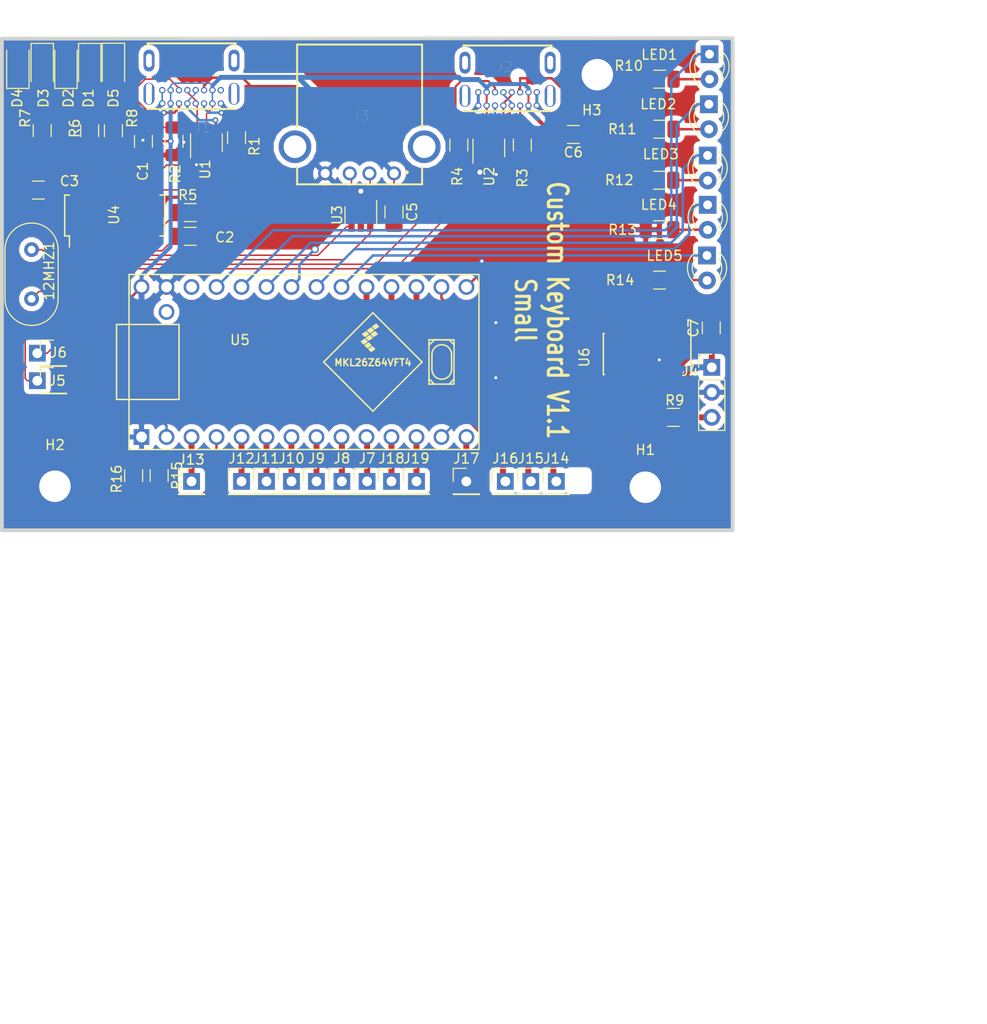
<source format=kicad_pcb>
(kicad_pcb (version 20171130) (host pcbnew 5.0.2+dfsg1-1)
  (layers (0 Front signal) (31 Back signal) (34 B.Paste user hide) (35 F.Paste user hide) (36 B.SilkS user hide) (37 F.SilkS user) (38 B.Mask user) (39 F.Mask user hide) (44 Edge.Cuts user))
  (net 0 "")
  (net 1 /COL0)
  (net 2 /COL1)
  (net 3 /COL4)
  (net 4 /COL5)
  (net 5 /COL6)
  (net 6 /ROW0)
  (net 7 /ROW1)
  (net 8 /ROW2)
  (net 9 /ROW3)
  (net 10 /ROW4)
  (net 11 /ROW5)
  (net 12 GND)
  (net 13 +5V)
  (net 14 "Net-(J1-PadA5)")
  (net 15 INPUT_USB_CONN_D+)
  (net 16 INPUT_USB_CONN_D-)
  (net 17 MOSI_IN)
  (net 18 "Net-(J1-PadB5)")
  (net 19 SCK_IN)
  (net 20 "Net-(J1-PadP1)")
  (net 21 "Net-(J2-PadP1)")
  (net 22 SCK_OUT)
  (net 23 OUTPUTC_USB_CONN_D-)
  (net 24 OUTPUTC_USB_CONN_D+)
  (net 25 "Net-(J2-PadB5)")
  (net 26 MOSI_OUT)
  (net 27 "Net-(J2-PadA5)")
  (net 28 OUTPUTA_USB_CONN_D+)
  (net 29 OUTPUTA_USB_CONN_D-)
  (net 30 LED_BACKLIGHT_33V)
  (net 31 L4)
  (net 32 L3)
  (net 33 L2)
  (net 34 L1)
  (net 35 /COL3)
  (net 36 /COL2)
  (net 37 "Net-(U5-Pad31)")
  (net 38 "Net-(U5-Pad34)")
  (net 39 L5)
  (net 40 "Net-(R9-Pad2)")
  (net 41 "Net-(J4-Pad3)")
  (net 42 "Net-(D3-Pad2)")
  (net 43 "Net-(R7-Pad2)")
  (net 44 "Net-(R5-Pad1)")
  (net 45 "Net-(D1-Pad1)")
  (net 46 "Net-(D5-Pad2)")
  (net 47 "Net-(R6-Pad2)")
  (net 48 "Net-(D1-Pad2)")
  (net 49 OUTPUTA_USB_D+)
  (net 50 OUTPUTA_USB_D-)
  (net 51 OUTPUTC_USB_D-)
  (net 52 OUTPUTC_USB_D+)
  (net 53 INPUT_USB_D+)
  (net 54 INPUT_USB_D-)
  (net 55 "Net-(12MHZ1-Pad2)")
  (net 56 "Net-(12MHZ1-Pad1)")
  (net 57 "Net-(U4-Pad4)")
  (net 58 "Net-(U4-Pad5)")
  (net 59 TEENSY_USB_D-)
  (net 60 TEENSY_USB_D+)
  (net 61 "Net-(U4-Pad18)")
  (net 62 "Net-(U4-Pad19)")
  (net 63 "Net-(U4-Pad25)")
  (net 64 "Net-(U4-Pad27)")
  (net 65 "Net-(U6-Pad13)")
  (net 66 "Net-(U6-Pad11)")
  (net 67 "Net-(U6-Pad10)")
  (net 68 "Net-(U6-Pad6)")
  (net 69 "Net-(U6-Pad8)")
  (net 70 VD33)
  (net 71 VD18)
  (net 72 "Net-(U3-Pad1)")
  (net 73 "Net-(U3-Pad6)")
  (net 74 "Net-(R15-Pad2)")
  (net 75 "Net-(LED1-Pad2)")
  (net 76 "Net-(LED2-Pad2)")
  (net 77 "Net-(LED3-Pad2)")
  (net 78 "Net-(LED4-Pad2)")
  (net 79 "Net-(LED5-Pad2)")
  (module Resistor_SMD:R_1206_3216Metric (layer Front) (at 73.43028 74.419589 270)
    (fp_text reference R16 (at 0.3332 1.7272 270) (layer F.SilkS))
    (fp_text value 10k)
    (pad 1 smd roundrect (at -1.4 0 270) (size 1.25 1.75) (layers Front F.Paste F.Mask) (roundrect_rratio 0.2) (net 13 +5V))
    (pad 2 smd roundrect (at 1.4 0 270) (size 1.25 1.75) (layers Front F.Paste F.Mask) (roundrect_rratio 0.2) (net 74 "Net-(R15-Pad2)"))
  )
  (module Resistor_SMD:R_1206_3216Metric (layer Front) (at 76.02108 74.397189 270)
    (fp_text reference R15 (at 0 -1.82 270) (layer F.SilkS))
    (fp_text value 10k)
    (pad 1 smd roundrect (at -1.4 0 270) (size 1.25 1.75) (layers Front F.Paste F.Mask) (roundrect_rratio 0.2) (net 12 GND))
    (pad 2 smd roundrect (at 1.4 0 270) (size 1.25 1.75) (layers Front F.Paste F.Mask) (roundrect_rratio 0.2) (net 74 "Net-(R15-Pad2)"))
  )
  (module Package_TO_SOT_SMD:SOT-23-6 (layer Front) (at 96.52 48.006 270)
    (fp_text reference U3 (at -0.0635 2.413 270) (layer F.SilkS))
    (fp_text value USBLC6-2SC6)
    (pad 1 smd rect (at -1.1 -0.95 270) (size 1.06 0.65) (layers Front F.Paste F.Mask) (net 72 "Net-(U3-Pad1)"))
    (pad 2 smd rect (at -1.1 0 270) (size 1.06 0.65) (layers Front F.Paste F.Mask) (net 12 GND))
    (pad 3 smd rect (at -1.1 0.95 270) (size 1.06 0.65) (layers Front F.Paste F.Mask) (net 28 OUTPUTA_USB_CONN_D+))
    (pad 4 smd rect (at 1.1 0.95 270) (size 1.06 0.65) (layers Front F.Paste F.Mask) (net 49 OUTPUTA_USB_D+))
    (pad 6 smd rect (at 1.1 -0.95 270) (size 1.06 0.65) (layers Front F.Paste F.Mask) (net 73 "Net-(U3-Pad6)"))
    (pad 5 smd rect (at 1.1 0 270) (size 1.06 0.65) (layers Front F.Paste F.Mask) (net 13 +5V))
  )
  (module Capacitor_SMD:C_1206_3216Metric (layer Front) (at 74.422 40.4495 90)
    (fp_text reference C1 (at -3.048 -0.0635 90) (layer F.SilkS))
    (fp_text value 10u)
    (pad 2 smd roundrect (at 1.4 0 90) (size 1.25 1.75) (layers Front F.Paste F.Mask) (roundrect_rratio 0.2) (net 12 GND))
    (pad 1 smd roundrect (at -1.4 0 90) (size 1.25 1.75) (layers Front F.Paste F.Mask) (roundrect_rratio 0.2) (net 13 +5V))
  )
  (module Package_SO:SSOP-28_3.9x9.9mm_P0.635mm (layer Front) (at 71.502175 47.983866 90)
    (fp_text reference U4 (at 0.0635 -0.0635 90) (layer F.SilkS))
    (fp_text value FE1.1s)
    (pad 1 smd rect (at -2.6 -4.1275 90) (size 1.2 0.4) (layers Front F.Paste F.Mask) (net 12 GND))
    (pad 2 smd rect (at -2.6 -3.4925 90) (size 1.2 0.4) (layers Front F.Paste F.Mask) (net 55 "Net-(12MHZ1-Pad2)"))
    (pad 3 smd rect (at -2.6 -2.8575 90) (size 1.2 0.4) (layers Front F.Paste F.Mask) (net 56 "Net-(12MHZ1-Pad1)"))
    (pad 4 smd rect (at -2.6 -2.2225 90) (size 1.2 0.4) (layers Front F.Paste F.Mask) (net 57 "Net-(U4-Pad4)"))
    (pad 5 smd rect (at -2.6 -1.5875 90) (size 1.2 0.4) (layers Front F.Paste F.Mask) (net 58 "Net-(U4-Pad5)"))
    (pad 6 smd rect (at -2.6 -0.9525 90) (size 1.2 0.4) (layers Front F.Paste F.Mask) (net 59 TEENSY_USB_D-))
    (pad 7 smd rect (at -2.6 -0.3175 90) (size 1.2 0.4) (layers Front F.Paste F.Mask) (net 60 TEENSY_USB_D+))
    (pad 8 smd rect (at -2.6 0.3175 90) (size 1.2 0.4) (layers Front F.Paste F.Mask) (net 51 OUTPUTC_USB_D-))
    (pad 9 smd rect (at -2.6 0.9525 90) (size 1.2 0.4) (layers Front F.Paste F.Mask) (net 52 OUTPUTC_USB_D+))
    (pad 10 smd rect (at -2.6 1.5875 90) (size 1.2 0.4) (layers Front F.Paste F.Mask) (net 50 OUTPUTA_USB_D-))
    (pad 11 smd rect (at -2.6 2.2225 90) (size 1.2 0.4) (layers Front F.Paste F.Mask) (net 49 OUTPUTA_USB_D+))
    (pad 12 smd rect (at -2.6 2.8575 90) (size 1.2 0.4) (layers Front F.Paste F.Mask) (net 71 VD18))
    (pad 13 smd rect (at -2.6 3.4925 90) (size 1.2 0.4) (layers Front F.Paste F.Mask) (net 70 VD33))
    (pad 14 smd rect (at -2.6 4.1275 90) (size 1.2 0.4) (layers Front F.Paste F.Mask) (net 44 "Net-(R5-Pad1)"))
    (pad 15 smd rect (at 2.6 4.1275 90) (size 1.2 0.4) (layers Front F.Paste F.Mask) (net 54 INPUT_USB_D-))
    (pad 16 smd rect (at 2.6 3.4925 90) (size 1.2 0.4) (layers Front F.Paste F.Mask) (net 53 INPUT_USB_D+))
    (pad 17 smd rect (at 2.6 2.8575 90) (size 1.2 0.4) (layers Front F.Paste F.Mask) (net 13 +5V))
    (pad 18 smd rect (at 2.6 2.2225 90) (size 1.2 0.4) (layers Front F.Paste F.Mask) (net 61 "Net-(U4-Pad18)"))
    (pad 19 smd rect (at 2.6 1.5875 90) (size 1.2 0.4) (layers Front F.Paste F.Mask) (net 62 "Net-(U4-Pad19)"))
    (pad 20 smd rect (at 2.6 0.9525 90) (size 1.2 0.4) (layers Front F.Paste F.Mask) (net 13 +5V))
    (pad 21 smd rect (at 2.6 0.3175 90) (size 1.2 0.4) (layers Front F.Paste F.Mask) (net 70 VD33))
    (pad 22 smd rect (at 2.6 -0.3175 90) (size 1.2 0.4) (layers Front F.Paste F.Mask) (net 45 "Net-(D1-Pad1)"))
    (pad 23 smd rect (at 2.6 -0.9525 90) (size 1.2 0.4) (layers Front F.Paste F.Mask) (net 47 "Net-(R6-Pad2)"))
    (pad 24 smd rect (at 2.6 -1.5875 90) (size 1.2 0.4) (layers Front F.Paste F.Mask) (net 43 "Net-(R7-Pad2)"))
    (pad 25 smd rect (at 2.6 -2.2225 90) (size 1.2 0.4) (layers Front F.Paste F.Mask) (net 63 "Net-(U4-Pad25)"))
    (pad 26 smd rect (at 2.6 -2.8575 90) (size 1.2 0.4) (layers Front F.Paste F.Mask) (net 70 VD33))
    (pad 27 smd rect (at 2.6 -3.4925 90) (size 1.2 0.4) (layers Front F.Paste F.Mask) (net 64 "Net-(U4-Pad27)"))
    (pad 28 smd rect (at 2.6 -4.1275 90) (size 1.2 0.4) (layers Front F.Paste F.Mask) (net 71 VD18))
  )
  (module MountingHole:MountingHole_3.2mm_M3 (layer Front) (at 65.4304 75.4888)
    (fp_text reference H2 (at 0 -4.2) (layer F.SilkS))
    (fp_text value MountingHole)
    (pad 1 np_thru_hole circle (at 0 0) (size 3.2 3.2) (drill 3.2) (layers *.Cu *.Mask))
  )
  (module MountingHole:MountingHole_3.2mm_M3 (layer Front) (at 120.5484 33.6804)
    (fp_text reference H3 (at -0.5588 3.6068) (layer F.SilkS))
    (fp_text value MountingHole)
    (pad 1 np_thru_hole circle (at 0 0) (size 3.2 3.2) (drill 3.2) (layers *.Cu *.Mask))
  )
  (module MountingHole:MountingHole_3.2mm_M3_DIN965 (layer Front) (at 125.4252 75.5904)
    (fp_text reference H1 (at 0 -3.8) (layer F.SilkS))
    (fp_text value MountingHole)
    (pad 1 np_thru_hole circle (at 0 0) (size 3.2 3.2) (drill 3.2) (layers *.Cu *.Mask))
  )
  (module Connector_PinHeader_2.54mm:PinHeader_1x01_P2.54mm_Vertical (layer Front) (at 65.278 61.976)
    (fp_text reference J6 (at 0.508 -0.0635) (layer F.SilkS))
    (fp_text value Conn_01x01)
    (pad 1 thru_hole rect (at -1.6383 0) (size 1.7 1.7) (drill 1) (layers *.Cu *.Mask) (net 60 TEENSY_USB_D+))
  )
  (module Teensy:Teensy_LC_CUSTOM_EDIT (layer Front) (at 90.7415 62.865)
    (fp_text reference U5 (at -6.5151 -2.2352) (layer F.SilkS))
    (fp_text value Teensy-LC)
    (fp_text user MKL26Z64VFT4 (at 7 0.06) (layer F.SilkS) (effects (font (size 0.7 0.7))))
    (pad 20 thru_hole circle (at 16.51 -7.62) (size 1.6 1.6) (drill 1.1) (layers *.Cu *.Mask) (net 22 SCK_OUT))
    (pad 14 thru_hole circle (at 16.51 7.62) (size 1.6 1.6) (drill 1.1) (layers *.Cu *.Mask) (net 9 /ROW3))
    (pad 21 thru_hole circle (at 13.97 -7.62) (size 1.6 1.6) (drill 1.1) (layers *.Cu *.Mask) (net 30 LED_BACKLIGHT_33V))
    (pad 22 thru_hole circle (at 11.43 -7.62) (size 1.6 1.6) (drill 1.1) (layers *.Cu *.Mask) (net 6 /ROW0))
    (pad 23 thru_hole circle (at 8.89 -7.62) (size 1.6 1.6) (drill 1.1) (layers *.Cu *.Mask) (net 7 /ROW1))
    (pad 24 thru_hole circle (at 6.35 -7.62) (size 1.6 1.6) (drill 1.1) (layers *.Cu *.Mask) (net 8 /ROW2))
    (pad 25 thru_hole circle (at 3.81 -7.62) (size 1.6 1.6) (drill 1.1) (layers *.Cu *.Mask) (net 39 L5))
    (pad 26 thru_hole circle (at 1.27 -7.62) (size 1.6 1.6) (drill 1.1) (layers *.Cu *.Mask) (net 31 L4))
    (pad 27 thru_hole circle (at -1.27 -7.62) (size 1.6 1.6) (drill 1.1) (layers *.Cu *.Mask) (net 19 SCK_IN))
    (pad 28 thru_hole circle (at -3.81 -7.62) (size 1.6 1.6) (drill 1.1) (layers *.Cu *.Mask) (net 32 L3))
    (pad 29 thru_hole circle (at -6.35 -7.62) (size 1.6 1.6) (drill 1.1) (layers *.Cu *.Mask) (net 33 L2))
    (pad 30 thru_hole circle (at -8.89 -7.62) (size 1.6 1.6) (drill 1.1) (layers *.Cu *.Mask) (net 34 L1))
    (pad 31 thru_hole circle (at -11.43 -7.62) (size 1.6 1.6) (drill 1.1) (layers *.Cu *.Mask) (net 37 "Net-(U5-Pad31)"))
    (pad 32 thru_hole circle (at -13.97 -7.62) (size 1.6 1.6) (drill 1.1) (layers *.Cu *.Mask) (net 12 GND))
    (pad 33 thru_hole circle (at -16.51 -7.62) (size 1.6 1.6) (drill 1.1) (layers *.Cu *.Mask) (net 13 +5V))
    (pad 34 thru_hole circle (at -13.97 -5.08) (size 1.6 1.6) (drill 1.1) (layers *.Cu *.Mask) (net 38 "Net-(U5-Pad34)"))
    (pad 13 thru_hole circle (at 13.97 7.62) (size 1.6 1.6) (drill 1.1) (layers *.Cu *.Mask) (net 26 MOSI_OUT))
    (pad 12 thru_hole circle (at 11.43 7.62) (size 1.6 1.6) (drill 1.1) (layers *.Cu *.Mask) (net 10 /ROW4))
    (pad 11 thru_hole circle (at 8.89 7.62) (size 1.6 1.6) (drill 1.1) (layers *.Cu *.Mask) (net 11 /ROW5))
    (pad 10 thru_hole circle (at 6.35 7.62) (size 1.6 1.6) (drill 1.1) (layers *.Cu *.Mask) (net 1 /COL0))
    (pad 9 thru_hole circle (at 3.81 7.62) (size 1.6 1.6) (drill 1.1) (layers *.Cu *.Mask) (net 2 /COL1))
    (pad 8 thru_hole circle (at 1.27 7.62) (size 1.6 1.6) (drill 1.1) (layers *.Cu *.Mask) (net 36 /COL2))
    (pad 7 thru_hole circle (at -1.27 7.62) (size 1.6 1.6) (drill 1.1) (layers *.Cu *.Mask) (net 35 /COL3))
    (pad 6 thru_hole circle (at -3.81 7.62) (size 1.6 1.6) (drill 1.1) (layers *.Cu *.Mask) (net 3 /COL4))
    (pad 5 thru_hole circle (at -6.35 7.62) (size 1.6 1.6) (drill 1.1) (layers *.Cu *.Mask) (net 4 /COL5))
    (pad 4 thru_hole circle (at -8.89 7.62) (size 1.6 1.6) (drill 1.1) (layers *.Cu *.Mask) (net 74 "Net-(R15-Pad2)"))
    (pad 3 thru_hole circle (at -11.43 7.62) (size 1.6 1.6) (drill 1.1) (layers *.Cu *.Mask) (net 5 /COL6))
    (pad 2 thru_hole circle (at -13.97 7.62) (size 1.6 1.6) (drill 1.1) (layers *.Cu *.Mask) (net 17 MOSI_IN))
    (pad 1 thru_hole rect (at -16.51 7.62) (size 1.6 1.6) (drill 1.1) (layers *.Cu *.Mask) (net 12 GND))
  )
  (module Capacitor_SMD:C_1206_3216Metric (layer Front) (at 63.751 45.4025 180)
    (fp_text reference C3 (at -3.1496 0.9144 180) (layer F.SilkS))
    (fp_text value 10u)
    (pad 1 smd roundrect (at -1.4 0 180) (size 1.25 1.75) (layers Front F.Paste F.Mask) (roundrect_rratio 0.2) (net 71 VD18))
    (pad 2 smd roundrect (at 1.4 0 180) (size 1.25 1.75) (layers Front F.Paste F.Mask) (roundrect_rratio 0.2) (net 12 GND))
  )
  (module Capacitor_SMD:C_1206_3216Metric (layer Front) (at 99.8855 47.628 90)
    (fp_text reference C5 (at 0.003 1.8415 90) (layer F.SilkS))
    (fp_text value 1u)
    (pad 1 smd roundrect (at -1.4 0 90) (size 1.25 1.75) (layers Front F.Paste F.Mask) (roundrect_rratio 0.2) (net 12 GND))
    (pad 2 smd roundrect (at 1.4 0 90) (size 1.25 1.75) (layers Front F.Paste F.Mask) (roundrect_rratio 0.2) (net 13 +5V))
  )
  (module Capacitor_SMD:C_1206_3216Metric (layer Front) (at 118.11 39.751 180)
    (fp_text reference C6 (at 0 -1.82 180) (layer F.SilkS))
    (fp_text value 1u)
    (pad 2 smd roundrect (at 1.4 0 180) (size 1.25 1.75) (layers Front F.Paste F.Mask) (roundrect_rratio 0.2) (net 13 +5V))
    (pad 1 smd roundrect (at -1.4 0 180) (size 1.25 1.75) (layers Front F.Paste F.Mask) (roundrect_rratio 0.2) (net 12 GND))
  )
  (module Capacitor_SMD:C_1206_3216Metric (layer Front) (at 132.1308 59.3979 90)
    (fp_text reference C7 (at 0 -1.82 90) (layer F.SilkS))
    (fp_text value 1u)
    (pad 1 smd roundrect (at -1.4 0 90) (size 1.25 1.75) (layers Front F.Paste F.Mask) (roundrect_rratio 0.2) (net 13 +5V))
    (pad 2 smd roundrect (at 1.4 0 90) (size 1.25 1.75) (layers Front F.Paste F.Mask) (roundrect_rratio 0.2) (net 12 GND))
  )
  (module Connector_PinHeader_2.54mm:PinHeader_1x01_P2.54mm_Vertical (layer Front) (at 97.155 74.9935)
    (fp_text reference J7 (at 0 -2.33) (layer F.SilkS))
    (fp_text value Conn_01x01)
    (pad 1 thru_hole rect (at 0 0) (size 1.7 1.7) (drill 1) (layers *.Cu *.Mask) (net 1 /COL0))
  )
  (module Connector_PinHeader_2.54mm:PinHeader_1x01_P2.54mm_Vertical (layer Front) (at 94.5896 74.9935)
    (fp_text reference J8 (at 0 -2.33) (layer F.SilkS))
    (fp_text value Conn_01x01)
    (pad 1 thru_hole rect (at 0 0) (size 1.7 1.7) (drill 1) (layers *.Cu *.Mask) (net 2 /COL1))
  )
  (module Connector_PinHeader_2.54mm:PinHeader_1x01_P2.54mm_Vertical (layer Front) (at 92.0115 74.9935)
    (fp_text reference J9 (at 0 -2.33) (layer F.SilkS))
    (fp_text value Conn_01x01)
    (pad 1 thru_hole rect (at 0 0) (size 1.7 1.7) (drill 1) (layers *.Cu *.Mask) (net 36 /COL2))
  )
  (module Connector_PinHeader_2.54mm:PinHeader_1x01_P2.54mm_Vertical (layer Front) (at 102.1715 74.9935)
    (fp_text reference J19 (at 0 -2.33) (layer F.SilkS))
    (fp_text value Conn_01x01)
    (pad 1 thru_hole rect (at 0 0) (size 1.7 1.7) (drill 1) (layers *.Cu *.Mask) (net 10 /ROW4))
  )
  (module Connector_PinHeader_2.54mm:PinHeader_1x01_P2.54mm_Vertical (layer Front) (at 86.9315 74.9935)
    (fp_text reference J11 (at 0 -2.33) (layer F.SilkS))
    (fp_text value Conn_01x01)
    (pad 1 thru_hole rect (at 0 0) (size 1.7 1.7) (drill 1) (layers *.Cu *.Mask) (net 3 /COL4))
  )
  (module Connector_PinHeader_2.54mm:PinHeader_1x01_P2.54mm_Vertical (layer Front) (at 84.3915 75)
    (fp_text reference J12 (at 0 -2.33) (layer F.SilkS))
    (fp_text value Conn_01x01)
    (pad 1 thru_hole rect (at 0 0) (size 1.7 1.7) (drill 1) (layers *.Cu *.Mask) (net 4 /COL5))
  )
  (module Connector_PinHeader_2.54mm:PinHeader_1x01_P2.54mm_Vertical (layer Front) (at 79.3115 75)
    (fp_text reference J13 (at 0 -2.2225) (layer F.SilkS))
    (fp_text value Conn_01x01)
    (pad 1 thru_hole rect (at 0 0) (size 1.7 1.7) (drill 1) (layers *.Cu *.Mask) (net 5 /COL6))
  )
  (module Connector_PinHeader_2.54mm:PinHeader_1x01_P2.54mm_Vertical (layer Front) (at 116.3828 75)
    (fp_text reference J14 (at 0 -2.33) (layer F.SilkS))
    (fp_text value Conn_01x01)
    (pad 1 thru_hole rect (at 0 0) (size 1.7 1.7) (drill 1) (layers *.Cu *.Mask) (net 6 /ROW0))
  )
  (module Connector_PinHeader_2.54mm:PinHeader_1x01_P2.54mm_Vertical (layer Front) (at 113.792 75)
    (fp_text reference J15 (at 0 -2.33) (layer F.SilkS))
    (fp_text value Conn_01x01)
    (pad 1 thru_hole rect (at 0 0) (size 1.7 1.7) (drill 1) (layers *.Cu *.Mask) (net 7 /ROW1))
  )
  (module Connector_PinHeader_2.54mm:PinHeader_1x01_P2.54mm_Vertical (layer Front) (at 111.2012 75)
    (fp_text reference J16 (at 0 -2.33) (layer F.SilkS))
    (fp_text value Conn_01x01)
    (pad 1 thru_hole rect (at 0 0) (size 1.7 1.7) (drill 1) (layers *.Cu *.Mask) (net 8 /ROW2))
  )
  (module Connector_PinHeader_2.54mm:PinHeader_1x01_P2.54mm_Vertical (layer Front) (at 107.2388 75)
    (fp_text reference J17 (at 0 -2.33) (layer F.SilkS))
    (fp_text value Conn_01x01)
    (pad 1 thru_hole rect (at 0 0) (size 1.7 1.7) (drill 1) (layers *.Cu *.Mask) (net 9 /ROW3))
  )
  (module Connector_PinHeader_2.54mm:PinHeader_1x01_P2.54mm_Vertical (layer Front) (at 99.6315 74.9935)
    (fp_text reference J18 (at 0 -2.33) (layer F.SilkS))
    (fp_text value Conn_01x01)
    (pad 1 thru_hole rect (at 0 0) (size 1.7 1.7) (drill 1) (layers *.Cu *.Mask) (net 11 /ROW5))
  )
  (module Connector_PinHeader_2.54mm:PinHeader_1x01_P2.54mm_Vertical (layer Front) (at 89.4715 74.9935)
    (fp_text reference J10 (at 0 -2.33) (layer F.SilkS))
    (fp_text value Conn_01x01)
    (pad 1 thru_hole rect (at 0 0) (size 1.7 1.7) (drill 1) (layers *.Cu *.Mask) (net 35 /COL3))
  )
  (module USBC:GCT_USB4085-GF-A_REVA (layer Front) (at 111.4298 32.7914 180)
    (fp_text reference J2 (at 0.3048 -0.1016 180) (layer F.SilkS) (effects (font (size 1.00015 1.00015) (thickness 0.015))))
    (fp_text value OutputC)
    (pad P4 thru_hole oval (at -4.325 0.335 180) (size 1.108 2.216) (drill oval 0.6 1.4) (layers *.Cu *.Mask) (net 21 "Net-(J2-PadP1)"))
    (pad P3 thru_hole oval (at 4.325 0.335 180) (size 1.108 2.216) (drill oval 0.6 1.4) (layers *.Cu *.Mask) (net 21 "Net-(J2-PadP1)"))
    (pad P2 thru_hole oval (at 4.325 -3.045 180) (size 1.108 2.216) (drill oval 0.6 2.1) (layers *.Cu *.Mask) (net 21 "Net-(J2-PadP1)"))
    (pad P1 thru_hole oval (at -4.325 -3.045 180) (size 1.108 2.216) (drill oval 0.6 2.1) (layers *.Cu *.Mask) (net 21 "Net-(J2-PadP1)"))
    (pad B12 thru_hole circle (at -2.975 -2.675 180) (size 0.65 0.65) (drill 0.4) (layers *.Cu *.Mask) (net 12 GND))
    (pad B9 thru_hole circle (at -2.125 -2.675 180) (size 0.65 0.65) (drill 0.4) (layers *.Cu *.Mask) (net 13 +5V))
    (pad B8 thru_hole circle (at -1.275 -2.675 180) (size 0.65 0.65) (drill 0.4) (layers *.Cu *.Mask) (net 22 SCK_OUT))
    (pad B7 thru_hole circle (at -0.425 -2.675 180) (size 0.65 0.65) (drill 0.4) (layers *.Cu *.Mask) (net 23 OUTPUTC_USB_CONN_D-))
    (pad B6 thru_hole circle (at 0.425 -2.675 180) (size 0.65 0.65) (drill 0.4) (layers *.Cu *.Mask) (net 24 OUTPUTC_USB_CONN_D+))
    (pad B5 thru_hole circle (at 1.275 -2.675 180) (size 0.65 0.65) (drill 0.4) (layers *.Cu *.Mask) (net 25 "Net-(J2-PadB5)"))
    (pad B4 thru_hole circle (at 2.125 -2.675 180) (size 0.65 0.65) (drill 0.4) (layers *.Cu *.Mask) (net 13 +5V))
    (pad B1 thru_hole circle (at 2.975 -2.675 180) (size 0.65 0.65) (drill 0.4) (layers *.Cu *.Mask) (net 12 GND))
    (pad A12 thru_hole circle (at 2.975 -4.025 180) (size 0.65 0.65) (drill 0.4) (layers *.Cu *.Mask) (net 12 GND))
    (pad A9 thru_hole circle (at 2.125 -4.025 180) (size 0.65 0.65) (drill 0.4) (layers *.Cu *.Mask) (net 13 +5V))
    (pad A8 thru_hole circle (at 1.275 -4.025 180) (size 0.65 0.65) (drill 0.4) (layers *.Cu *.Mask) (net 26 MOSI_OUT))
    (pad A7 thru_hole circle (at 0.425 -4.025 180) (size 0.65 0.65) (drill 0.4) (layers *.Cu *.Mask) (net 23 OUTPUTC_USB_CONN_D-))
    (pad A6 thru_hole circle (at -0.425 -4.025 180) (size 0.65 0.65) (drill 0.4) (layers *.Cu *.Mask) (net 24 OUTPUTC_USB_CONN_D+))
    (pad A5 thru_hole circle (at -1.275 -4.025 180) (size 0.65 0.65) (drill 0.4) (layers *.Cu *.Mask) (net 27 "Net-(J2-PadA5)"))
    (pad A4 thru_hole circle (at -2.125 -4.025 180) (size 0.65 0.65) (drill 0.4) (layers *.Cu *.Mask) (net 13 +5V))
    (pad A1 thru_hole circle (at -2.975 -4.025 180) (size 0.65 0.65) (drill 0.4) (layers *.Cu *.Mask) (net 12 GND))
  )
  (module Connector_PinHeader_2.54mm:PinHeader_1x01_P2.54mm_Vertical (layer Front) (at 65.278 64.77)
    (fp_text reference J5 (at 0.381 0) (layer F.SilkS))
    (fp_text value Conn_01x01)
    (pad 1 thru_hole rect (at -1.6383 0) (size 1.7 1.7) (drill 1) (layers *.Cu *.Mask) (net 59 TEENSY_USB_D-))
  )
  (module Capacitor_SMD:C_1206_3216Metric (layer Front) (at 79.1845 50.1015)
    (fp_text reference C2 (at 3.5052 0.1016) (layer F.SilkS))
    (fp_text value 10u)
    (pad 1 smd roundrect (at -1.4 0) (size 1.25 1.75) (layers Front F.Paste F.Mask) (roundrect_rratio 0.2) (net 70 VD33))
    (pad 2 smd roundrect (at 1.4 0) (size 1.25 1.75) (layers Front F.Paste F.Mask) (roundrect_rratio 0.2) (net 12 GND))
  )
  (module Connector_PinHeader_2.54mm:PinHeader_1x03_P2.54mm_Vertical (layer Front) (at 132.1816 63.4111)
    (fp_text reference J4 (at -2.229614 0.364745) (layer F.SilkS))
    (fp_text value Conn_01x03)
    (pad 1 thru_hole rect (at 0 0) (size 1.7 1.7) (drill 1) (layers *.Cu *.Mask) (net 13 +5V))
    (pad 2 thru_hole oval (at 0 2.54) (size 1.7 1.7) (drill 1) (layers *.Cu *.Mask) (net 12 GND))
    (pad 3 thru_hole oval (at 0 5.08) (size 1.7 1.7) (drill 1) (layers *.Cu *.Mask) (net 41 "Net-(J4-Pad3)"))
  )
  (module Crystal:Resonator-2Pin_W10.0mm_H5.0mm (layer Front) (at 63.0555 56.4515 90)
    (fp_text reference 12MHZ1 (at 2.8448 1.778 90) (layer F.SilkS))
    (fp_text value Crystal)
    (pad 1 thru_hole circle (at 0 0 90) (size 1.5 1.5) (drill 0.8) (layers *.Cu *.Mask) (net 56 "Net-(12MHZ1-Pad1)"))
    (pad 2 thru_hole circle (at 5 0 90) (size 1.5 1.5) (drill 0.8) (layers *.Cu *.Mask) (net 55 "Net-(12MHZ1-Pad2)"))
  )
  (module LED_SMD:LED_1206_3216Metric (layer Front) (at 68.965541 32.788094 270)
    (fp_text reference D1 (at 3.279906 0.131541 270) (layer F.SilkS))
    (fp_text value D)
    (pad 1 smd roundrect (at -1.4 0 270) (size 1.25 1.75) (layers Front F.Paste F.Mask) (roundrect_rratio 0.2) (net 45 "Net-(D1-Pad1)"))
    (pad 2 smd roundrect (at 1.4 0 270) (size 1.25 1.75) (layers Front F.Paste F.Mask) (roundrect_rratio 0.2) (net 48 "Net-(D1-Pad2)"))
  )
  (module LED_SMD:LED_1206_3216Metric (layer Front) (at 66.552541 32.788094 90)
    (fp_text reference D2 (at -3.279906 0.249459 90) (layer F.SilkS))
    (fp_text value D)
    (pad 2 smd roundrect (at 1.4 0 90) (size 1.25 1.75) (layers Front F.Paste F.Mask) (roundrect_rratio 0.2) (net 45 "Net-(D1-Pad1)"))
    (pad 1 smd roundrect (at -1.4 0 90) (size 1.25 1.75) (layers Front F.Paste F.Mask) (roundrect_rratio 0.2) (net 48 "Net-(D1-Pad2)"))
  )
  (module LED_SMD:LED_1206_3216Metric (layer Front) (at 64.139541 32.788094 270)
    (fp_text reference D3 (at 3.279906 -0.122459 270) (layer F.SilkS))
    (fp_text value D)
    (pad 1 smd roundrect (at -1.4 0 270) (size 1.25 1.75) (layers Front F.Paste F.Mask) (roundrect_rratio 0.2) (net 45 "Net-(D1-Pad1)"))
    (pad 2 smd roundrect (at 1.4 0 270) (size 1.25 1.75) (layers Front F.Paste F.Mask) (roundrect_rratio 0.2) (net 42 "Net-(D3-Pad2)"))
  )
  (module LED_SMD:LED_1206_3216Metric (layer Front) (at 61.663041 32.788094 90)
    (fp_text reference D4 (at -3.279906 -0.061538 90) (layer F.SilkS))
    (fp_text value D)
    (pad 2 smd roundrect (at 1.4 0 90) (size 1.25 1.75) (layers Front F.Paste F.Mask) (roundrect_rratio 0.2) (net 45 "Net-(D1-Pad1)"))
    (pad 1 smd roundrect (at -1.4 0 90) (size 1.25 1.75) (layers Front F.Paste F.Mask) (roundrect_rratio 0.2) (net 42 "Net-(D3-Pad2)"))
  )
  (module LED_SMD:LED_1206_3216Metric (layer Front) (at 71.374 32.766 270)
    (fp_text reference D5 (at 3.302 0 270) (layer F.SilkS))
    (fp_text value D)
    (pad 1 smd roundrect (at -1.4 0 270) (size 1.25 1.75) (layers Front F.Paste F.Mask) (roundrect_rratio 0.2) (net 12 GND))
    (pad 2 smd roundrect (at 1.4 0 270) (size 1.25 1.75) (layers Front F.Paste F.Mask) (roundrect_rratio 0.2) (net 46 "Net-(D5-Pad2)"))
  )
  (module LED_THT:LED_D3.0mm (layer Front) (at 131.7625 46.902737 270)
    (fp_text reference LED4 (at -0.014337 4.9657) (layer F.SilkS))
    (fp_text value LED4)
    (pad 1 thru_hole rect (at 0 0 270) (size 1.8 1.8) (drill 0.9) (layers *.Cu *.Mask) (net 31 L4))
    (pad 2 thru_hole circle (at 2.54 0 270) (size 1.8 1.8) (drill 0.9) (layers *.Cu *.Mask) (net 78 "Net-(LED4-Pad2)"))
  )
  (module LED_THT:LED_D3.0mm (layer Front) (at 131.953 31.599237 270)
    (fp_text reference LED1 (at 0.049163 5.1054) (layer F.SilkS))
    (fp_text value LED1)
    (pad 2 thru_hole circle (at 2.54 0 270) (size 1.8 1.8) (drill 0.9) (layers *.Cu *.Mask) (net 75 "Net-(LED1-Pad2)"))
    (pad 1 thru_hole rect (at 0 0 270) (size 1.8 1.8) (drill 0.9) (layers *.Cu *.Mask) (net 34 L1))
  )
  (module LED_THT:LED_D3.0mm (layer Front) (at 131.7625 41.886237 270)
    (fp_text reference LED3 (at -0.128637 4.7625) (layer F.SilkS))
    (fp_text value LED3)
    (pad 1 thru_hole rect (at 0 0 270) (size 1.8 1.8) (drill 0.9) (layers *.Cu *.Mask) (net 32 L3))
    (pad 2 thru_hole circle (at 2.54 0 270) (size 1.8 1.8) (drill 0.9) (layers *.Cu *.Mask) (net 77 "Net-(LED3-Pad2)"))
  )
  (module LED_THT:LED_D3.0mm (layer Front) (at 131.699 52.046237 270)
    (fp_text reference LED5 (at 0.023763 4.318) (layer F.SilkS))
    (fp_text value LED5)
    (pad 2 thru_hole circle (at 2.54 0 270) (size 1.8 1.8) (drill 0.9) (layers *.Cu *.Mask) (net 79 "Net-(LED5-Pad2)"))
    (pad 1 thru_hole rect (at 0 0 270) (size 1.8 1.8) (drill 0.9) (layers *.Cu *.Mask) (net 39 L5))
  )
  (module LED_THT:LED_D3.0mm (layer Front) (at 131.8895 36.679237 270)
    (fp_text reference LED2 (at -0.001637 5.1435) (layer F.SilkS))
    (fp_text value LED2)
    (pad 1 thru_hole rect (at 0 0 270) (size 1.8 1.8) (drill 0.9) (layers *.Cu *.Mask) (net 33 L2))
    (pad 2 thru_hole circle (at 2.54 0 270) (size 1.8 1.8) (drill 0.9) (layers *.Cu *.Mask) (net 76 "Net-(LED2-Pad2)"))
  )
  (module Package_SO:SOIC-14_3.9x8.7mm_P1.27mm (layer Front) (at 125.610114 62.068455 270)
    (fp_text reference U6 (at 0.326645 6.382514 270) (layer F.SilkS))
    (fp_text value 74LS14)
    (pad 1 smd rect (at -2.7 -3.81 270) (size 1.5 0.6) (layers Front F.Paste F.Mask) (net 30 LED_BACKLIGHT_33V))
    (pad 2 smd rect (at -2.7 -2.54 270) (size 1.5 0.6) (layers Front F.Paste F.Mask) (net 65 "Net-(U6-Pad13)"))
    (pad 3 smd rect (at -2.7 -1.27 270) (size 1.5 0.6) (layers Front F.Paste F.Mask) (net 12 GND))
    (pad 4 smd rect (at -2.7 0 270) (size 1.5 0.6) (layers Front F.Paste F.Mask) (net 66 "Net-(U6-Pad11)"))
    (pad 5 smd rect (at -2.7 1.27 270) (size 1.5 0.6) (layers Front F.Paste F.Mask) (net 67 "Net-(U6-Pad10)"))
    (pad 6 smd rect (at -2.7 2.54 270) (size 1.5 0.6) (layers Front F.Paste F.Mask) (net 68 "Net-(U6-Pad6)"))
    (pad 7 smd rect (at -2.7 3.81 270) (size 1.5 0.6) (layers Front F.Paste F.Mask) (net 12 GND))
    (pad 8 smd rect (at 2.7 3.81 270) (size 1.5 0.6) (layers Front F.Paste F.Mask) (net 69 "Net-(U6-Pad8)"))
    (pad 9 smd rect (at 2.7 2.54 270) (size 1.5 0.6) (layers Front F.Paste F.Mask) (net 68 "Net-(U6-Pad6)"))
    (pad 10 smd rect (at 2.7 1.27 270) (size 1.5 0.6) (layers Front F.Paste F.Mask) (net 67 "Net-(U6-Pad10)"))
    (pad 11 smd rect (at 2.7 0 270) (size 1.5 0.6) (layers Front F.Paste F.Mask) (net 66 "Net-(U6-Pad11)"))
    (pad 12 smd rect (at 2.7 -1.27 270) (size 1.5 0.6) (layers Front F.Paste F.Mask) (net 40 "Net-(R9-Pad2)"))
    (pad 13 smd rect (at 2.7 -2.54 270) (size 1.5 0.6) (layers Front F.Paste F.Mask) (net 65 "Net-(U6-Pad13)"))
    (pad 14 smd rect (at 2.7 -3.81 270) (size 1.5 0.6) (layers Front F.Paste F.Mask) (net 13 +5V))
  )
  (module Package_TO_SOT_SMD:SOT-23-6 (layer Front) (at 80.8228 40.5892 90)
    (fp_text reference U1 (at -2.71 -0.127 90) (layer F.SilkS))
    (fp_text value USBLC6-2SC6)
    (pad 1 smd rect (at -1.1 -0.95 90) (size 1.06 0.65) (layers Front F.Paste F.Mask) (net 53 INPUT_USB_D+))
    (pad 2 smd rect (at -1.1 0 90) (size 1.06 0.65) (layers Front F.Paste F.Mask) (net 12 GND))
    (pad 3 smd rect (at -1.1 0.95 90) (size 1.06 0.65) (layers Front F.Paste F.Mask) (net 54 INPUT_USB_D-))
    (pad 4 smd rect (at 1.1 0.95 90) (size 1.06 0.65) (layers Front F.Paste F.Mask) (net 16 INPUT_USB_CONN_D-))
    (pad 6 smd rect (at 1.1 -0.95 90) (size 1.06 0.65) (layers Front F.Paste F.Mask) (net 15 INPUT_USB_CONN_D+))
    (pad 5 smd rect (at 1.1 0 90) (size 1.06 0.65) (layers Front F.Paste F.Mask) (net 13 +5V))
  )
  (module Package_TO_SOT_SMD:SOT-23-6 (layer Front) (at 109.5248 41.1226 90)
    (fp_text reference U2 (at -2.8956 0.0508 90) (layer F.SilkS))
    (fp_text value USBLC6-2SC6)
    (pad 5 smd rect (at 1.1 0 90) (size 1.06 0.65) (layers Front F.Paste F.Mask) (net 13 +5V))
    (pad 6 smd rect (at 1.1 -0.95 90) (size 1.06 0.65) (layers Front F.Paste F.Mask) (net 24 OUTPUTC_USB_CONN_D+))
    (pad 4 smd rect (at 1.1 0.95 90) (size 1.06 0.65) (layers Front F.Paste F.Mask) (net 23 OUTPUTC_USB_CONN_D-))
    (pad 3 smd rect (at -1.1 0.95 90) (size 1.06 0.65) (layers Front F.Paste F.Mask) (net 51 OUTPUTC_USB_D-))
    (pad 2 smd rect (at -1.1 0 90) (size 1.06 0.65) (layers Front F.Paste F.Mask) (net 12 GND))
    (pad 1 smd rect (at -1.1 -0.95 90) (size 1.06 0.65) (layers Front F.Paste F.Mask) (net 52 OUTPUTC_USB_D+))
  )
  (module Resistor_SMD:R_1206_3216Metric (layer Front) (at 68.961 39.373 270)
    (fp_text reference R6 (at -0.254 1.524 270) (layer F.SilkS))
    (fp_text value 150)
    (pad 2 smd roundrect (at 1.4 0 270) (size 1.25 1.75) (layers Front F.Paste F.Mask) (roundrect_rratio 0.2) (net 47 "Net-(R6-Pad2)"))
    (pad 1 smd roundrect (at -1.4 0 270) (size 1.25 1.75) (layers Front F.Paste F.Mask) (roundrect_rratio 0.2) (net 48 "Net-(D1-Pad2)"))
  )
  (module Resistor_SMD:R_1206_3216Metric (layer Front) (at 83.8835 40.071499 270)
    (fp_text reference R1 (at 0.886001 -1.82 270) (layer F.SilkS))
    (fp_text value 5.1k)
    (pad 1 smd roundrect (at -1.399999 0 270) (size 1.25 1.75) (layers Front F.Paste F.Mask) (roundrect_rratio 0.2) (net 14 "Net-(J1-PadA5)"))
    (pad 2 smd roundrect (at 1.399999 0 270) (size 1.25 1.75) (layers Front F.Paste F.Mask) (roundrect_rratio 0.2) (net 12 GND))
  )
  (module Resistor_SMD:R_1206_3216Metric (layer Front) (at 71.374 39.37 270)
    (fp_text reference R8 (at -1.27 -1.905 270) (layer F.SilkS))
    (fp_text value 150)
    (pad 2 smd roundrect (at 1.4 0 270) (size 1.25 1.75) (layers Front F.Paste F.Mask) (roundrect_rratio 0.2) (net 45 "Net-(D1-Pad1)"))
    (pad 1 smd roundrect (at -1.4 0 270) (size 1.25 1.75) (layers Front F.Paste F.Mask) (roundrect_rratio 0.2) (net 46 "Net-(D5-Pad2)"))
  )
  (module Resistor_SMD:R_1206_3216Metric (layer Front) (at 77.5335 40.4495 270)
    (fp_text reference R2 (at 3.302 -0.127 270) (layer F.SilkS))
    (fp_text value 5.1k)
    (pad 1 smd roundrect (at -1.399999 0 270) (size 1.25 1.75) (layers Front F.Paste F.Mask) (roundrect_rratio 0.2) (net 18 "Net-(J1-PadB5)"))
    (pad 2 smd roundrect (at 1.399999 0 270) (size 1.25 1.75) (layers Front F.Paste F.Mask) (roundrect_rratio 0.2) (net 12 GND))
  )
  (module Resistor_SMD:R_1206_3216Metric (layer Front) (at 112.9284 40.8178 270)
    (fp_text reference R3 (at 3.3528 0 270) (layer F.SilkS))
    (fp_text value 5.1k)
    (pad 2 smd roundrect (at 1.4 0 270) (size 1.25 1.75) (layers Front F.Paste F.Mask) (roundrect_rratio 0.2) (net 12 GND))
    (pad 1 smd roundrect (at -1.4 0 270) (size 1.25 1.75) (layers Front F.Paste F.Mask) (roundrect_rratio 0.2) (net 27 "Net-(J2-PadA5)"))
  )
  (module Resistor_SMD:R_1206_3216Metric (layer Front) (at 106.4768 40.8178 270)
    (fp_text reference R4 (at 3.2004 0.1524 270) (layer F.SilkS))
    (fp_text value 5.1k)
    (pad 1 smd roundrect (at -1.4 0 270) (size 1.25 1.75) (layers Front F.Paste F.Mask) (roundrect_rratio 0.2) (net 25 "Net-(J2-PadB5)"))
    (pad 2 smd roundrect (at 1.4 0 270) (size 1.25 1.75) (layers Front F.Paste F.Mask) (roundrect_rratio 0.2) (net 12 GND))
  )
  (module Resistor_SMD:R_1206_3216Metric (layer Front) (at 79.1845 47.6885)
    (fp_text reference R5 (at -0.254 -1.778) (layer F.SilkS))
    (fp_text value 2.7k)
    (pad 2 smd roundrect (at 1.4 0) (size 1.25 1.75) (layers Front F.Paste F.Mask) (roundrect_rratio 0.2) (net 12 GND))
    (pad 1 smd roundrect (at -1.4 0) (size 1.25 1.75) (layers Front F.Paste F.Mask) (roundrect_rratio 0.2) (net 44 "Net-(R5-Pad1)"))
  )
  (module Resistor_SMD:R_1206_3216Metric (layer Front) (at 64.135 39.37 270)
    (fp_text reference R7 (at -1.27 1.725238 270) (layer F.SilkS))
    (fp_text value 150)
    (pad 1 smd roundrect (at -1.4 0 270) (size 1.25 1.75) (layers Front F.Paste F.Mask) (roundrect_rratio 0.2) (net 42 "Net-(D3-Pad2)"))
    (pad 2 smd roundrect (at 1.4 0 270) (size 1.25 1.75) (layers Front F.Paste F.Mask) (roundrect_rratio 0.2) (net 43 "Net-(R7-Pad2)"))
  )
  (module Resistor_SMD:R_1206_3216Metric (layer Front) (at 128.27 68.4911 180)
    (fp_text reference R9 (at -0.1524 1.7272 180) (layer F.SilkS))
    (fp_text value 510)
    (pad 2 smd roundrect (at 1.4 0 180) (size 1.25 1.75) (layers Front F.Paste F.Mask) (roundrect_rratio 0.2) (net 40 "Net-(R9-Pad2)"))
    (pad 1 smd roundrect (at -1.4 0 180) (size 1.25 1.75) (layers Front F.Paste F.Mask) (roundrect_rratio 0.2) (net 41 "Net-(J4-Pad3)"))
  )
  (module Resistor_SMD:R_1206_3216Metric (layer Front) (at 126.8984 34.1376 180)
    (fp_text reference R10 (at 3.1496 1.3716 180) (layer F.SilkS))
    (fp_text value 150)
    (pad 1 smd roundrect (at -1.4 0 180) (size 1.25 1.75) (layers Front F.Paste F.Mask) (roundrect_rratio 0.2) (net 75 "Net-(LED1-Pad2)"))
    (pad 2 smd roundrect (at 1.4 0 180) (size 1.25 1.75) (layers Front F.Paste F.Mask) (roundrect_rratio 0.2) (net 12 GND))
  )
  (module Resistor_SMD:R_1206_3216Metric (layer Front) (at 126.8984 39.2176 180)
    (fp_text reference R11 (at 3.81 0 180) (layer F.SilkS))
    (fp_text value 150)
    (pad 2 smd roundrect (at 1.4 0 180) (size 1.25 1.75) (layers Front F.Paste F.Mask) (roundrect_rratio 0.2) (net 12 GND))
    (pad 1 smd roundrect (at -1.4 0 180) (size 1.25 1.75) (layers Front F.Paste F.Mask) (roundrect_rratio 0.2) (net 76 "Net-(LED2-Pad2)"))
  )
  (module Resistor_SMD:R_1206_3216Metric (layer Front) (at 126.87 44.3992 180)
    (fp_text reference R12 (at 4.0894 0.014337 180) (layer F.SilkS))
    (fp_text value 150)
    (pad 1 smd roundrect (at -1.4 0 180) (size 1.25 1.75) (layers Front F.Paste F.Mask) (roundrect_rratio 0.2) (net 77 "Net-(LED3-Pad2)"))
    (pad 2 smd roundrect (at 1.4 0 180) (size 1.25 1.75) (layers Front F.Paste F.Mask) (roundrect_rratio 0.2) (net 12 GND))
  )
  (module Resistor_SMD:R_1206_3216Metric (layer Front) (at 126.87 54.5465 180)
    (fp_text reference R14 (at 4.0005 0 180) (layer F.SilkS))
    (fp_text value 150)
    (pad 2 smd roundrect (at 1.4 0 180) (size 1.25 1.75) (layers Front F.Paste F.Mask) (roundrect_rratio 0.2) (net 12 GND))
    (pad 1 smd roundrect (at -1.4 0 180) (size 1.25 1.75) (layers Front F.Paste F.Mask) (roundrect_rratio 0.2) (net 79 "Net-(LED5-Pad2)"))
  )
  (module Resistor_SMD:R_1206_3216Metric (layer Front) (at 126.87 49.4284 180)
    (fp_text reference R13 (at 3.7592 0 180) (layer F.SilkS))
    (fp_text value 150)
    (pad 1 smd roundrect (at -1.4 0 180) (size 1.25 1.75) (layers Front F.Paste F.Mask) (roundrect_rratio 0.2) (net 78 "Net-(LED4-Pad2)"))
    (pad 2 smd roundrect (at 1.4 0 180) (size 1.25 1.75) (layers Front F.Paste F.Mask) (roundrect_rratio 0.2) (net 12 GND))
  )
  (module USBA:61400416021 (layer Front) (at 96.393 37.719 180)
    (fp_text reference J3 (at -0.127 -0.127 180) (layer F.SilkS) (effects (font (thickness 0.015))))
    (fp_text value OutputA)
    (pad S1 thru_hole circle (at -6.57 -3.28 180) (size 3.316 3.316) (drill 2.3) (layers *.Cu *.Mask))
    (pad S2 thru_hole circle (at 6.57 -3.28 180) (size 3.316 3.316) (drill 2.3) (layers *.Cu *.Mask))
    (pad 3 thru_hole circle (at 1 -5.99 180) (size 1.428 1.428) (drill 0.92) (layers *.Cu *.Mask) (net 28 OUTPUTA_USB_CONN_D+))
    (pad 2 thru_hole circle (at -1 -5.99 180) (size 1.428 1.428) (drill 0.92) (layers *.Cu *.Mask) (net 29 OUTPUTA_USB_CONN_D-))
    (pad 4 thru_hole circle (at 3.5 -5.99 180) (size 1.428 1.428) (drill 0.92) (layers *.Cu *.Mask) (net 12 GND))
    (pad 1 thru_hole circle (at -3.5 -5.99 180) (size 1.428 1.428) (drill 0.92) (layers *.Cu *.Mask) (net 13 +5V))
  )
  (module USBC:GCT_USB4085-GF-A_REVA (layer Front) (at 79.3115 32.5755 180)
    (fp_text reference J1 (at -1.097425 -6.515415 180) (layer F.SilkS) (effects (font (size 1.00015 1.00015) (thickness 0.015))))
    (fp_text value Input)
    (pad A1 thru_hole circle (at -2.975 -4.025 180) (size 0.65 0.65) (drill 0.4) (layers *.Cu *.Mask) (net 12 GND))
    (pad A4 thru_hole circle (at -2.125 -4.025 180) (size 0.65 0.65) (drill 0.4) (layers *.Cu *.Mask) (net 13 +5V))
    (pad A5 thru_hole circle (at -1.275 -4.025 180) (size 0.65 0.65) (drill 0.4) (layers *.Cu *.Mask) (net 14 "Net-(J1-PadA5)"))
    (pad A6 thru_hole circle (at -0.425 -4.025 180) (size 0.65 0.65) (drill 0.4) (layers *.Cu *.Mask) (net 15 INPUT_USB_CONN_D+))
    (pad A7 thru_hole circle (at 0.425 -4.025 180) (size 0.65 0.65) (drill 0.4) (layers *.Cu *.Mask) (net 16 INPUT_USB_CONN_D-))
    (pad A8 thru_hole circle (at 1.275 -4.025 180) (size 0.65 0.65) (drill 0.4) (layers *.Cu *.Mask) (net 17 MOSI_IN))
    (pad A9 thru_hole circle (at 2.125 -4.025 180) (size 0.65 0.65) (drill 0.4) (layers *.Cu *.Mask) (net 13 +5V))
    (pad A12 thru_hole circle (at 2.975 -4.025 180) (size 0.65 0.65) (drill 0.4) (layers *.Cu *.Mask) (net 12 GND))
    (pad B1 thru_hole circle (at 2.975 -2.675 180) (size 0.65 0.65) (drill 0.4) (layers *.Cu *.Mask) (net 12 GND))
    (pad B4 thru_hole circle (at 2.125 -2.675 180) (size 0.65 0.65) (drill 0.4) (layers *.Cu *.Mask) (net 13 +5V))
    (pad B5 thru_hole circle (at 1.275 -2.675 180) (size 0.65 0.65) (drill 0.4) (layers *.Cu *.Mask) (net 18 "Net-(J1-PadB5)"))
    (pad B6 thru_hole circle (at 0.425 -2.675 180) (size 0.65 0.65) (drill 0.4) (layers *.Cu *.Mask) (net 15 INPUT_USB_CONN_D+))
    (pad B7 thru_hole circle (at -0.425 -2.675 180) (size 0.65 0.65) (drill 0.4) (layers *.Cu *.Mask) (net 16 INPUT_USB_CONN_D-))
    (pad B8 thru_hole circle (at -1.275 -2.675 180) (size 0.65 0.65) (drill 0.4) (layers *.Cu *.Mask) (net 19 SCK_IN))
    (pad B9 thru_hole circle (at -2.125 -2.675 180) (size 0.65 0.65) (drill 0.4) (layers *.Cu *.Mask) (net 13 +5V))
    (pad B12 thru_hole circle (at -2.975 -2.675 180) (size 0.65 0.65) (drill 0.4) (layers *.Cu *.Mask) (net 12 GND))
    (pad P1 thru_hole oval (at -4.325 -3.045 180) (size 1.108 2.216) (drill oval 0.6 2.1) (layers *.Cu *.Mask) (net 20 "Net-(J1-PadP1)"))
    (pad P2 thru_hole oval (at 4.325 -3.045 180) (size 1.108 2.216) (drill oval 0.6 2.1) (layers *.Cu *.Mask) (net 20 "Net-(J1-PadP1)"))
    (pad P3 thru_hole oval (at 4.325 0.335 180) (size 1.108 2.216) (drill oval 0.6 1.4) (layers *.Cu *.Mask) (net 20 "Net-(J1-PadP1)"))
    (pad P4 thru_hole oval (at -4.325 0.335 180) (size 1.108 2.216) (drill oval 0.6 1.4) (layers *.Cu *.Mask) (net 20 "Net-(J1-PadP1)"))
  )
  (gr_line (start 60.0456 79.9592) (end 60.0456 30.0228) (layer Edge.Cuts) (width 0.381))
  (gr_line (start 134.3152 79.9592) (end 60.0456 79.9592) (layer Edge.Cuts) (width 0.381))
  (gr_line (start 134.3152 29.972) (end 134.3152 79.9592) (layer Edge.Cuts) (width 0.381))
  (gr_line (start 60.0456 30.0228) (end 134.3152 29.972) (layer Edge.Cuts) (width 0.381))
  (gr_text "Custom Keyboard V1.1\nSmall" (at 114.8588 57.6072 270) (layer F.SilkS) (effects (font (size 2.032 1.524) (thickness 0.3048))))
  (segment (start 97.155 70.5485) (end 97.0915 70.485) (width 0.6096) (layer Front) (net 1))
  (segment (start 97.155 74.9935) (end 97.155 70.5485) (width 0.6096) (layer Front) (net 1))
  (segment (start 94.5896 70.5231) (end 94.5515 70.485) (width 0.6096) (layer Front) (net 2))
  (segment (start 94.5896 74.9935) (end 94.5896 70.5231) (width 0.6096) (layer Front) (net 2))
  (segment (start 86.9315 74.9935) (end 86.9315 70.485) (width 0.6096) (layer Front) (net 3))
  (segment (start 84.3915 75) (end 84.3915 70.485) (width 0.6096) (layer Front) (net 4))
  (segment (start 79.3115 75) (end 79.3115 70.485) (width 0.6096) (layer Front) (net 5))
  (segment (start 116.078 73.4704) (end 109.4096 66.802) (width 0.6096) (layer Front) (net 6))
  (segment (start 116.078 74.93) (end 116.078 73.4704) (width 0.6096) (layer Front) (net 6))
  (segment (start 109.4096 66.802) (end 103.8225 66.802) (width 0.6096) (layer Front) (net 6))
  (segment (start 102.1715 65.151) (end 102.1715 55.245) (width 0.6096) (layer Front) (net 6))
  (segment (start 103.8225 66.802) (end 102.1715 65.151) (width 0.6096) (layer Front) (net 6))
  (segment (start 99.6315 65.4685) (end 99.6315 55.245) (width 0.6096) (layer Front) (net 7))
  (segment (start 101.955591 67.792591) (end 99.6315 65.4685) (width 0.6096) (layer Front) (net 7))
  (segment (start 107.938471 67.792591) (end 101.955591 67.792591) (width 0.6096) (layer Front) (net 7))
  (segment (start 113.538 74.93) (end 113.538 73.39212) (width 0.6096) (layer Front) (net 7))
  (segment (start 113.538 73.39212) (end 107.938471 67.792591) (width 0.6096) (layer Front) (net 7))
  (segment (start 97.0915 64.9605) (end 97.0915 55.245) (width 0.6096) (layer Front) (net 8))
  (segment (start 100.838 68.707) (end 97.0915 64.9605) (width 0.6096) (layer Front) (net 8))
  (segment (start 110.9599 74.93) (end 110.9599 72.10719) (width 0.6096) (layer Front) (net 8))
  (segment (start 107.55971 68.707) (end 100.838 68.707) (width 0.6096) (layer Front) (net 8))
  (segment (start 110.9599 72.10719) (end 107.55971 68.707) (width 0.6096) (layer Front) (net 8))
  (segment (start 107.2388 70.4977) (end 107.2515 70.485) (width 0.6096) (layer Front) (net 9))
  (segment (start 107.2388 75) (end 107.2388 70.4977) (width 0.6096) (layer Front) (net 9))
  (segment (start 102.1715 70.485) (end 102.1715 74.9935) (width 0.6096) (layer Front) (net 10))
  (segment (start 99.6315 70.485) (end 99.6315 74.9935) (width 0.6096) (layer Front) (net 11))
  (via (at 126.8476 62.6491) (size 0.6096) (drill 0.3048) (layers Front Back) (net 12))
  (segment (start 131.579114 66.386455) (end 131.515614 66.449955) (width 0.2032) (layer Front) (net 12))
  (segment (start 114.4048 36.8164) (end 114.4048 35.4664) (width 0.3048) (layer Back) (net 12))
  (segment (start 108.4548 36.8164) (end 108.4548 35.4664) (width 0.3048) (layer Back) (net 12))
  (segment (start 76.3365 36.6005) (end 76.3365 35.2505) (width 0.1524) (layer Back) (net 12))
  (segment (start 80.5845 49.1265) (end 80.5845 47.6885) (width 0.1524) (layer Front) (net 12))
  (segment (start 80.5845 50.1015) (end 80.5845 49.1265) (width 0.1524) (layer Front) (net 12))
  (via (at 96.52 45.5168) (size 0.8128) (drill 0.508) (layers Front Back) (net 12))
  (segment (start 96.52 46.906) (end 96.52 45.5168) (width 0.254) (layer Front) (net 12))
  (via (at 108.6104 43.5864) (size 0.8128) (drill 0.508) (layers Front Back) (net 12))
  (segment (start 109.351399 43.180001) (end 109.5248 43.0066) (width 0.254) (layer Front) (net 12))
  (segment (start 109.5248 43.0066) (end 109.5248 42.2226) (width 0.254) (layer Front) (net 12))
  (segment (start 109.016799 43.180001) (end 109.351399 43.180001) (width 0.254) (layer Front) (net 12))
  (segment (start 108.6104 43.5864) (end 109.016799 43.180001) (width 0.254) (layer Front) (net 12))
  (via (at 79.8068 42.8244) (size 0.6096) (drill 0.3048) (layers Front Back) (net 12))
  (via (at 78.5368 40.5384) (size 0.6096) (drill 0.3048) (layers Front Back) (net 12))
  (segment (start 80.8228 42.239452) (end 80.8228 41.6892) (width 0.254) (layer Front) (net 12))
  (segment (start 80.237852 42.8244) (end 80.8228 42.239452) (width 0.254) (layer Front) (net 12))
  (segment (start 79.8068 42.8244) (end 80.237852 42.8244) (width 0.254) (layer Front) (net 12))
  (segment (start 77.5335 41.5417) (end 78.5368 40.5384) (width 0.254) (layer Front) (net 12))
  (segment (start 77.5335 41.849499) (end 77.5335 41.5417) (width 0.254) (layer Front) (net 12))
  (via (at 74.3712 40.3352) (size 0.6096) (drill 0.3048) (layers Front Back) (net 12))
  (segment (start 109.3048 36.8164) (end 109.3048 35.4664) (width 0.2032) (layer Front) (net 13))
  (segment (start 113.5548 36.8164) (end 113.5548 35.4664) (width 0.2032) (layer Front) (net 13))
  (segment (start 129.420114 64.318455) (end 129.420114 64.768455) (width 0.2032) (layer Front) (net 13))
  (segment (start 109.3048 37.276019) (end 109.3048 36.8164) (width 0.2032) (layer Front) (net 13))
  (segment (start 109.3048 39.0694) (end 109.3048 37.276019) (width 0.2032) (layer Front) (net 13))
  (segment (start 109.5248 39.2894) (end 109.3048 39.0694) (width 0.2032) (layer Front) (net 13))
  (segment (start 109.5248 40.0226) (end 109.5248 39.2894) (width 0.2032) (layer Front) (net 13))
  (segment (start 114.454622 38.175841) (end 114.534 38.175841) (width 0.4064) (layer Back) (net 13))
  (segment (start 113.5548 36.8164) (end 113.5548 37.276019) (width 0.4064) (layer Back) (net 13))
  (segment (start 109.678182 34.633399) (end 113.138639 34.633399) (width 0.4064) (layer Back) (net 13))
  (segment (start 109.3048 35.006781) (end 109.678182 34.633399) (width 0.4064) (layer Back) (net 13))
  (segment (start 113.571799 35.449401) (end 113.5548 35.4664) (width 0.4064) (layer Back) (net 13))
  (segment (start 113.571799 35.066559) (end 113.571799 35.449401) (width 0.4064) (layer Back) (net 13))
  (segment (start 113.138639 34.633399) (end 113.571799 35.066559) (width 0.4064) (layer Back) (net 13))
  (segment (start 113.5548 37.276019) (end 114.046 37.767219) (width 0.4064) (layer Back) (net 13))
  (segment (start 114.046 37.767219) (end 114.454622 38.175841) (width 0.4064) (layer Back) (net 13))
  (segment (start 129.420114 64.318455) (end 130.327469 63.4111) (width 0.6) (layer Front) (net 13))
  (segment (start 130.327469 63.4111) (end 132.1816 63.4111) (width 0.6) (layer Front) (net 13))
  (segment (start 132.1816 61.1027) (end 132.0292 60.9503) (width 0.6) (layer Front) (net 13))
  (segment (start 132.1816 63.4111) (end 132.1816 61.1027) (width 0.6) (layer Front) (net 13))
  (segment (start 113.5548 37.276019) (end 115.978981 39.7002) (width 0.4064) (layer Front) (net 13))
  (segment (start 115.985 39.7002) (end 116.71 39.7002) (width 0.4064) (layer Front) (net 13))
  (segment (start 115.978981 39.7002) (end 115.985 39.7002) (width 0.4064) (layer Front) (net 13))
  (segment (start 113.5548 36.8164) (end 113.5548 37.276019) (width 0.4064) (layer Front) (net 13))
  (segment (start 81.4365 35.2505) (end 81.4365 36.6005) (width 0.1524) (layer Back) (net 13))
  (segment (start 77.1865 35.2505) (end 77.1865 36.6005) (width 0.1524) (layer Back) (net 13))
  (segment (start 77.432882 34.544499) (end 81.190118 34.544499) (width 0.1524) (layer Back) (net 13))
  (segment (start 81.190118 34.544499) (end 81.4365 34.790881) (width 0.1524) (layer Back) (net 13))
  (segment (start 77.1865 34.790881) (end 77.432882 34.544499) (width 0.1524) (layer Back) (net 13))
  (segment (start 77.1865 35.2505) (end 77.1865 34.790881) (width 0.1524) (layer Back) (net 13))
  (segment (start 81.4365 37.060119) (end 81.4365 36.6005) (width 0.1524) (layer Front) (net 13))
  (segment (start 80.8355 39.1795) (end 80.8355 37.661119) (width 0.1524) (layer Front) (net 13))
  (segment (start 80.8355 37.661119) (end 81.4365 37.060119) (width 0.1524) (layer Front) (net 13))
  (segment (start 72.454675 43.816825) (end 72.454675 45.383866) (width 0.1524) (layer Front) (net 13))
  (segment (start 74.422 41.8495) (end 72.454675 43.816825) (width 0.1524) (layer Front) (net 13))
  (segment (start 74.359675 41.911825) (end 74.422 41.8495) (width 0.1524) (layer Front) (net 13))
  (segment (start 74.359675 45.383866) (end 74.359675 41.911825) (width 0.1524) (layer Front) (net 13))
  (segment (start 99.8855 43.7165) (end 99.893 43.709) (width 0.1524) (layer Front) (net 13))
  (segment (start 99.8855 46.228) (end 99.8855 43.7165) (width 0.1524) (layer Front) (net 13))
  (segment (start 98.296499 47.817001) (end 99.18979 46.92371) (width 0.1524) (layer Front) (net 13))
  (segment (start 99.18979 46.92371) (end 99.8855 46.228) (width 0.1524) (layer Front) (net 13))
  (segment (start 97.126599 47.817001) (end 98.296499 47.817001) (width 0.1524) (layer Front) (net 13))
  (segment (start 96.52 48.4236) (end 97.126599 47.817001) (width 0.1524) (layer Front) (net 13))
  (segment (start 96.52 49.106) (end 96.52 48.4236) (width 0.1524) (layer Front) (net 13))
  (segment (start 73.431501 56.044999) (end 74.2315 55.245) (width 0.254) (layer Front) (net 13))
  (segment (start 72.73457 56.74193) (end 73.431501 56.044999) (width 0.254) (layer Front) (net 13))
  (segment (start 72.73457 72.323879) (end 72.73457 56.74193) (width 0.254) (layer Front) (net 13))
  (segment (start 73.43028 73.019589) (end 72.73457 72.323879) (width 0.254) (layer Front) (net 13))
  (segment (start 99.179001 42.995001) (end 99.893 43.709) (width 0.4064) (layer Front) (net 13))
  (segment (start 82.222891 34.00449) (end 81.4365 34.790881) (width 0.4064) (layer Back) (net 13))
  (segment (start 81.4365 34.790881) (end 81.4365 35.2505) (width 0.4064) (layer Back) (net 13))
  (segment (start 109.3048 35.006781) (end 108.518409 34.22039) (width 0.4064) (layer Back) (net 13))
  (segment (start 109.3048 35.4664) (end 109.3048 35.006781) (width 0.4064) (layer Back) (net 13))
  (segment (start 77.1865 37.060119) (end 77.1865 36.6005) (width 0.4064) (layer Back) (net 13))
  (segment (start 77.1865 51.15863) (end 77.1865 40.4368) (width 0.4064) (layer Back) (net 13))
  (segment (start 74.2315 54.11363) (end 77.1865 51.15863) (width 0.4064) (layer Back) (net 13))
  (segment (start 74.2315 55.245) (end 74.2315 54.11363) (width 0.4064) (layer Back) (net 13))
  (segment (start 77.1865 40.4368) (end 77.1865 37.060119) (width 0.4064) (layer Back) (net 13))
  (via (at 77.1865 40.4368) (size 0.6096) (drill 0.3048) (layers Front Back) (net 13))
  (segment (start 75.8347 40.4368) (end 74.422 41.8495) (width 0.254) (layer Front) (net 13))
  (segment (start 77.1865 40.4368) (end 75.8347 40.4368) (width 0.254) (layer Front) (net 13))
  (segment (start 130.722 63.4111) (end 132.1816 63.4111) (width 0.6096) (layer Back) (net 13))
  (segment (start 80.463791 63.563501) (end 130.569599 63.563501) (width 0.6096) (layer Back) (net 13))
  (segment (start 74.2315 57.33121) (end 80.463791 63.563501) (width 0.6096) (layer Back) (net 13))
  (segment (start 130.569599 63.563501) (end 130.722 63.4111) (width 0.6096) (layer Back) (net 13))
  (segment (start 74.2315 55.245) (end 74.2315 57.33121) (width 0.6096) (layer Back) (net 13))
  (segment (start 99.179001 42.995001) (end 99.893 43.709) (width 0.508) (layer Back) (net 13))
  (segment (start 90.13769 33.95369) (end 99.179001 42.995001) (width 0.508) (layer Back) (net 13))
  (segment (start 82.273691 33.95369) (end 90.13769 33.95369) (width 0.508) (layer Back) (net 13))
  (segment (start 82.222891 34.00449) (end 82.273691 33.95369) (width 0.508) (layer Back) (net 13))
  (segment (start 108.467609 34.16959) (end 108.518409 34.22039) (width 0.508) (layer Back) (net 13))
  (segment (start 106.69024 34.16959) (end 108.467609 34.16959) (width 0.508) (layer Back) (net 13))
  (segment (start 106.47434 33.95369) (end 106.69024 34.16959) (width 0.508) (layer Back) (net 13))
  (segment (start 90.13769 33.95369) (end 106.47434 33.95369) (width 0.508) (layer Back) (net 13))
  (segment (start 80.5865 37.060119) (end 81.067581 37.5412) (width 0.254) (layer Back) (net 14))
  (segment (start 80.5865 36.6005) (end 80.5865 37.060119) (width 0.254) (layer Back) (net 14))
  (segment (start 81.067581 37.5412) (end 82.3468 37.5412) (width 0.254) (layer Back) (net 14))
  (segment (start 82.3468 37.5412) (end 82.3468 37.5412) (width 0.254) (layer Back) (net 14))
  (via (at 82.3468 37.5412) (size 0.6096) (drill 0.3048) (layers Front Back) (net 14))
  (segment (start 82.7532 37.5412) (end 83.8835 38.6715) (width 0.254) (layer Front) (net 14))
  (segment (start 82.3468 37.5412) (end 82.7532 37.5412) (width 0.254) (layer Front) (net 14))
  (segment (start 79.7365 36.295382) (end 79.7365 36.6005) (width 0.1524) (layer Front) (net 15))
  (segment (start 78.8865 35.445382) (end 79.7365 36.295382) (width 0.1524) (layer Front) (net 15))
  (segment (start 78.8865 35.2505) (end 78.8865 35.445382) (width 0.1524) (layer Front) (net 15))
  (segment (start 79.8855 36.7495) (end 79.7365 36.6005) (width 0.1524) (layer Front) (net 15))
  (segment (start 79.8855 39.1795) (end 79.8855 36.7495) (width 0.1524) (layer Front) (net 15))
  (segment (start 79.7365 35.555618) (end 79.7365 35.2505) (width 0.1524) (layer Back) (net 16))
  (segment (start 78.8865 36.405618) (end 79.7365 35.555618) (width 0.1524) (layer Back) (net 16))
  (segment (start 78.8865 36.6005) (end 78.8865 36.405618) (width 0.1524) (layer Back) (net 16))
  (via (at 81.7372 38.3032) (size 0.6096) (drill 0.3048) (layers Front Back) (net 16))
  (segment (start 81.7728 38.3388) (end 81.7372 38.3032) (width 0.254) (layer Front) (net 16))
  (segment (start 81.7728 39.4892) (end 81.7728 38.3388) (width 0.254) (layer Front) (net 16))
  (segment (start 81.306148 38.3032) (end 81.7372 38.3032) (width 0.254) (layer Back) (net 16))
  (segment (start 80.129581 38.3032) (end 81.306148 38.3032) (width 0.254) (layer Back) (net 16))
  (segment (start 78.8865 37.060119) (end 80.129581 38.3032) (width 0.254) (layer Back) (net 16))
  (segment (start 78.8865 36.6005) (end 78.8865 37.060119) (width 0.254) (layer Back) (net 16))
  (segment (start 72.999699 65.581829) (end 72.999699 41.046301) (width 0.254) (layer Back) (net 17))
  (segment (start 76.7715 70.485) (end 76.7715 69.35363) (width 0.254) (layer Back) (net 17))
  (segment (start 76.7715 69.35363) (end 72.999699 65.581829) (width 0.254) (layer Back) (net 17))
  (segment (start 72.999699 41.046301) (end 76.5048 37.5412) (width 0.254) (layer Back) (net 17))
  (segment (start 76.5048 37.5412) (end 76.5048 37.5412) (width 0.254) (layer Back) (net 17))
  (via (at 76.5048 37.5412) (size 0.6096) (drill 0.3048) (layers Front Back) (net 17))
  (segment (start 78.0365 37.060119) (end 78.0365 36.6005) (width 0.254) (layer Front) (net 17))
  (segment (start 77.555419 37.5412) (end 78.0365 37.060119) (width 0.254) (layer Front) (net 17))
  (segment (start 76.5048 37.5412) (end 77.555419 37.5412) (width 0.254) (layer Front) (net 17))
  (segment (start 78.0365 35.055618) (end 78.0365 35.2505) (width 0.1524) (layer Front) (net 18))
  (segment (start 77.5335 39.049501) (end 76.539198 39.049501) (width 0.1524) (layer Front) (net 18))
  (segment (start 76.539198 39.049501) (end 73.8505 36.360803) (width 0.1524) (layer Front) (net 18))
  (segment (start 73.8505 36.360803) (end 73.8505 34.880197) (width 0.1524) (layer Front) (net 18))
  (segment (start 73.8505 34.880197) (end 74.599207 34.13149) (width 0.1524) (layer Front) (net 18))
  (segment (start 77.112372 34.13149) (end 78.0365 35.055618) (width 0.1524) (layer Front) (net 18))
  (segment (start 74.599207 34.13149) (end 77.112372 34.13149) (width 0.1524) (layer Front) (net 18))
  (segment (start 80.5865 34.790881) (end 81.392181 33.9852) (width 0.254) (layer Front) (net 19))
  (segment (start 80.5865 35.2505) (end 80.5865 34.790881) (width 0.254) (layer Front) (net 19))
  (segment (start 81.392181 33.9852) (end 84.4804 33.9852) (width 0.254) (layer Front) (net 19))
  (segment (start 90.271499 54.445001) (end 90.271499 52.984501) (width 0.254) (layer Back) (net 19))
  (segment (start 89.4715 55.245) (end 90.271499 54.445001) (width 0.254) (layer Back) (net 19))
  (segment (start 90.271499 52.984501) (end 91.8464 51.4096) (width 0.254) (layer Back) (net 19))
  (segment (start 91.8464 51.4096) (end 91.8464 51.4096) (width 0.254) (layer Back) (net 19))
  (via (at 91.8464 51.4096) (size 0.8128) (drill 0.508) (layers Front Back) (net 19))
  (segment (start 85.19031 34.69511) (end 84.4804 33.9852) (width 0.254) (layer Front) (net 19))
  (segment (start 85.19031 44.75351) (end 85.19031 34.69511) (width 0.254) (layer Front) (net 19))
  (segment (start 91.8464 51.4096) (end 85.19031 44.75351) (width 0.254) (layer Front) (net 19))
  (segment (start 75.057 34.943697) (end 75.057 36.424303) (width 0.1524) (layer Front) (net 20))
  (segment (start 112.611601 35.373201) (end 112.7048 35.4664) (width 0.254) (layer Front) (net 22))
  (segment (start 112.611601 35.103135) (end 112.611601 35.373201) (width 0.254) (layer Front) (net 22))
  (segment (start 112.7048 34.041) (end 112.7048 35.4664) (width 0.2032) (layer Front) (net 22))
  (segment (start 117.76681 44.72969) (end 108.051499 54.445001) (width 0.254) (layer Front) (net 22))
  (segment (start 108.051499 54.445001) (end 107.2515 55.245) (width 0.254) (layer Front) (net 22))
  (segment (start 117.76681 35.900265) (end 117.76681 44.72969) (width 0.254) (layer Front) (net 22))
  (segment (start 115.907545 34.041) (end 117.76681 35.900265) (width 0.254) (layer Front) (net 22))
  (segment (start 112.7048 34.041) (end 115.907545 34.041) (width 0.254) (layer Front) (net 22))
  (segment (start 111.0048 36.583926) (end 111.0048 36.8164) (width 0.2032) (layer Front) (net 23))
  (segment (start 111.8548 35.733926) (end 111.0048 36.583926) (width 0.2032) (layer Front) (net 23))
  (segment (start 111.8548 35.4664) (end 111.8548 35.733926) (width 0.2032) (layer Front) (net 23))
  (segment (start 111.0048 38.7594) (end 110.4748 39.2894) (width 0.2032) (layer Front) (net 23))
  (segment (start 111.0048 36.8164) (end 111.0048 38.7594) (width 0.2032) (layer Front) (net 23))
  (segment (start 110.4748 39.2894) (end 110.4748 40.0226) (width 0.2032) (layer Front) (net 23))
  (segment (start 111.8548 36.548874) (end 111.8548 36.8164) (width 0.2032) (layer Back) (net 24))
  (segment (start 111.0048 35.698874) (end 111.8548 36.548874) (width 0.2032) (layer Back) (net 24))
  (segment (start 111.0048 35.4664) (end 111.0048 35.698874) (width 0.2032) (layer Back) (net 24))
  (segment (start 108.5748 40.7558) (end 108.5748 40.0226) (width 0.2032) (layer Front) (net 24))
  (segment (start 111.8548 37.276019) (end 111.64699 37.483829) (width 0.2032) (layer Front) (net 24))
  (segment (start 111.8548 36.8164) (end 111.8548 37.276019) (width 0.2032) (layer Front) (net 24))
  (segment (start 111.64699 37.483829) (end 111.64699 40.436932) (width 0.2032) (layer Front) (net 24))
  (segment (start 111.64699 40.436932) (end 111.124921 40.959001) (width 0.2032) (layer Front) (net 24))
  (segment (start 108.778001 40.959001) (end 108.5748 40.7558) (width 0.2032) (layer Front) (net 24))
  (segment (start 111.124921 40.959001) (end 108.778001 40.959001) (width 0.2032) (layer Front) (net 24))
  (segment (start 110.1548 35.006781) (end 110.1548 35.4664) (width 0.2032) (layer Front) (net 25))
  (segment (start 109.470009 34.32199) (end 110.1548 35.006781) (width 0.2032) (layer Front) (net 25))
  (segment (start 106.706986 34.32199) (end 109.470009 34.32199) (width 0.2032) (layer Front) (net 25))
  (segment (start 106.14439 38.044214) (end 106.14439 34.884586) (width 0.2032) (layer Front) (net 25))
  (segment (start 106.14439 34.884586) (end 106.706986 34.32199) (width 0.2032) (layer Front) (net 25))
  (segment (start 106.4768 38.376624) (end 106.14439 38.044214) (width 0.2032) (layer Front) (net 25))
  (segment (start 106.4768 39.2019) (end 106.4768 38.376624) (width 0.2032) (layer Front) (net 25))
  (segment (start 104.7115 70.485) (end 110.236 64.9605) (width 0.254) (layer Back) (net 26))
  (segment (start 110.236 64.9605) (end 110.236 64.4652) (width 0.254) (layer Back) (net 26))
  (segment (start 110.236 64.4652) (end 110.236 64.4652) (width 0.254) (layer Back) (net 26))
  (via (at 110.236 64.4652) (size 0.6096) (drill 0.3048) (layers Front Back) (net 26))
  (segment (start 110.236 64.4652) (end 110.236 64.034148) (width 0.254) (layer Front) (net 26))
  (segment (start 110.236 64.034148) (end 110.236 58.8772) (width 0.254) (layer Front) (net 26))
  (segment (start 110.236 58.8772) (end 110.236 58.8264) (width 0.254) (layer Front) (net 26))
  (via (at 110.236 58.8772) (size 0.6096) (drill 0.3048) (layers Front Back) (net 26))
  (segment (start 110.236 58.446148) (end 108.8136 57.023748) (width 0.254) (layer Back) (net 26))
  (segment (start 110.236 58.8772) (end 110.236 58.446148) (width 0.254) (layer Back) (net 26))
  (segment (start 108.8136 57.023748) (end 108.8136 52.6288) (width 0.254) (layer Back) (net 26))
  (segment (start 108.8136 52.6288) (end 108.8136 52.6288) (width 0.254) (layer Back) (net 26))
  (via (at 108.8136 52.6288) (size 0.6096) (drill 0.3048) (layers Front Back) (net 26))
  (segment (start 110.2868 50.724548) (end 110.2868 43.811434) (width 0.254) (layer Front) (net 26))
  (segment (start 108.8136 52.6288) (end 108.8136 52.197748) (width 0.254) (layer Front) (net 26))
  (segment (start 108.8136 52.197748) (end 110.2868 50.724548) (width 0.254) (layer Front) (net 26))
  (segment (start 110.2868 43.811434) (end 110.2868 43.811434) (width 0.254) (layer Front) (net 26))
  (via (at 110.2868 43.811434) (size 0.6096) (drill 0.3048) (layers Front Back) (net 26))
  (segment (start 110.1548 37.276019) (end 110.1548 36.8164) (width 0.254) (layer Back) (net 26))
  (segment (start 110.1548 43.248382) (end 110.1548 37.276019) (width 0.254) (layer Back) (net 26))
  (segment (start 110.2868 43.380382) (end 110.1548 43.248382) (width 0.254) (layer Back) (net 26))
  (segment (start 110.2868 43.811434) (end 110.2868 43.380382) (width 0.254) (layer Back) (net 26))
  (segment (start 112.6998 36.8214) (end 112.7048 36.8164) (width 0.2032) (layer Front) (net 27))
  (segment (start 112.6998 38.8844) (end 112.6998 36.8214) (width 0.2032) (layer Front) (net 27))
  (segment (start 97.388 43.709) (end 97.393 43.709) (width 0.1524) (layer Back) (net 29))
  (segment (start 97.393 43.958) (end 97.393 43.709) (width 0.1524) (layer Back) (net 29))
  (segment (start 95.5675 46.9035) (end 95.57 46.906) (width 0.1524) (layer Front) (net 28))
  (segment (start 95.57 43.886) (end 95.393 43.709) (width 0.1524) (layer Front) (net 28))
  (segment (start 95.57 46.906) (end 95.57 43.886) (width 0.1524) (layer Front) (net 28))
  (segment (start 97.47 43.786) (end 97.393 43.709) (width 0.1524) (layer Front) (net 29))
  (segment (start 97.47 46.906) (end 97.47 43.786) (width 0.1524) (layer Front) (net 29))
  (segment (start 128.713713 58.212054) (end 129.420114 58.918455) (width 0.2032) (layer Front) (net 30))
  (segment (start 129.420114 58.918455) (end 129.420114 59.368455) (width 0.2032) (layer Front) (net 30))
  (segment (start 104.7115 56.37637) (end 106.547184 58.212054) (width 0.254) (layer Front) (net 30))
  (segment (start 104.7115 55.245) (end 104.7115 56.37637) (width 0.254) (layer Front) (net 30))
  (segment (start 106.547184 58.212054) (end 121.1072 58.212054) (width 0.254) (layer Front) (net 30))
  (segment (start 120.67466 58.212054) (end 121.1072 58.212054) (width 0.2032) (layer Front) (net 30))
  (segment (start 121.1072 58.212054) (end 128.713713 58.212054) (width 0.2032) (layer Front) (net 30))
  (segment (start 129.8956 47.615637) (end 130.6085 46.902737) (width 0.254) (layer Back) (net 31))
  (segment (start 129.8956 49.8856) (end 129.8956 47.615637) (width 0.254) (layer Back) (net 31))
  (segment (start 128.3716 51.4096) (end 129.8956 49.8856) (width 0.254) (layer Back) (net 31))
  (segment (start 95.8469 51.4096) (end 128.3716 51.4096) (width 0.254) (layer Back) (net 31))
  (segment (start 130.6085 46.902737) (end 131.7625 46.902737) (width 0.254) (layer Back) (net 31))
  (segment (start 92.0115 55.245) (end 95.8469 51.4096) (width 0.254) (layer Back) (net 31))
  (segment (start 89.4715 70.485) (end 89.4715 74.9935) (width 0.6096) (layer Front) (net 35))
  (segment (start 92.0115 74.9935) (end 92.0115 70.485) (width 0.6096) (layer Front) (net 36))
  (segment (start 131.6355 52.109737) (end 131.699 52.046237) (width 0.2032) (layer Front) (net 39))
  (segment (start 131.699 41.822737) (end 131.7625 41.886237) (width 0.2032) (layer Front) (net 32))
  (segment (start 86.9315 55.245) (end 91.4273 50.7492) (width 0.254) (layer Back) (net 32))
  (segment (start 91.4273 50.7492) (end 128.0668 50.7492) (width 0.254) (layer Back) (net 32))
  (segment (start 128.0668 50.7492) (end 129.2352 49.5808) (width 0.254) (layer Back) (net 32))
  (segment (start 130.6085 41.886237) (end 131.7625 41.886237) (width 0.254) (layer Back) (net 32))
  (segment (start 129.2352 43.259537) (end 130.6085 41.886237) (width 0.254) (layer Back) (net 32))
  (segment (start 129.2352 49.5808) (end 129.2352 43.259537) (width 0.254) (layer Back) (net 32))
  (segment (start 131.826 36.615737) (end 131.8895 36.679237) (width 0.2032) (layer Front) (net 33))
  (segment (start 84.3915 55.245) (end 89.5477 50.0888) (width 0.254) (layer Back) (net 33))
  (segment (start 89.5477 50.0888) (end 127.7112 50.0888) (width 0.254) (layer Back) (net 33))
  (segment (start 127.7112 50.0888) (end 128.6256 49.1744) (width 0.254) (layer Back) (net 33))
  (segment (start 130.7355 36.679237) (end 131.8895 36.679237) (width 0.254) (layer Back) (net 33))
  (segment (start 128.6256 38.789137) (end 130.7355 36.679237) (width 0.254) (layer Back) (net 33))
  (segment (start 128.6256 49.1744) (end 128.6256 38.789137) (width 0.254) (layer Back) (net 33))
  (segment (start 128.06679 48.86961) (end 128.06679 34.331447) (width 0.254) (layer Back) (net 34))
  (segment (start 127.4572 49.4792) (end 128.06679 48.86961) (width 0.254) (layer Back) (net 34))
  (segment (start 130.799 31.599237) (end 131.953 31.599237) (width 0.254) (layer Back) (net 34))
  (segment (start 128.06679 34.331447) (end 130.799 31.599237) (width 0.254) (layer Back) (net 34))
  (segment (start 87.6173 49.4792) (end 127.4572 49.4792) (width 0.254) (layer Back) (net 34))
  (segment (start 81.8515 55.245) (end 87.6173 49.4792) (width 0.254) (layer Back) (net 34))
  (segment (start 97.750263 52.046237) (end 131.699 52.046237) (width 0.254) (layer Back) (net 39))
  (segment (start 94.5515 55.245) (end 97.750263 52.046237) (width 0.254) (layer Back) (net 39))
  (segment (start 126.880114 65.721655) (end 126.880114 67.018455) (width 0.2032) (layer Front) (net 40))
  (segment (start 126.880114 64.768455) (end 126.880114 65.721655) (width 0.2032) (layer Front) (net 40))
  (segment (start 126.880114 68.480986) (end 126.87 68.4911) (width 0.6) (layer Front) (net 40))
  (segment (start 126.880114 64.768455) (end 126.880114 68.480986) (width 0.6) (layer Front) (net 40))
  (segment (start 129.67 68.4911) (end 132.7912 68.4911) (width 0.6) (layer Front) (net 41))
  (segment (start 61.663041 34.188094) (end 64.139541 34.188094) (width 0.1524) (layer Front) (net 42))
  (segment (start 64.139541 37.965459) (end 64.135 37.97) (width 0.1524) (layer Front) (net 42))
  (segment (start 64.139541 34.188094) (end 64.139541 37.965459) (width 0.1524) (layer Front) (net 42))
  (segment (start 69.914675 44.631466) (end 69.914675 45.383866) (width 0.1524) (layer Front) (net 43))
  (segment (start 66.151611 40.77) (end 69.914675 44.533064) (width 0.1524) (layer Front) (net 43))
  (segment (start 69.914675 44.533064) (end 69.914675 44.631466) (width 0.1524) (layer Front) (net 43))
  (segment (start 64.135 40.77) (end 66.151611 40.77) (width 0.1524) (layer Front) (net 43))
  (segment (start 77.08879 48.38421) (end 77.7845 47.6885) (width 0.1524) (layer Front) (net 44))
  (segment (start 75.629675 49.843325) (end 77.08879 48.38421) (width 0.1524) (layer Front) (net 44))
  (segment (start 75.629675 50.583866) (end 75.629675 49.843325) (width 0.1524) (layer Front) (net 44))
  (segment (start 62.275541 31.134094) (end 60.837541 31.134094) (width 0.2032) (layer Front) (net 45))
  (segment (start 62.638041 31.388094) (end 64.139541 31.388094) (width 0.1524) (layer Front) (net 45))
  (segment (start 61.663041 31.388094) (end 62.638041 31.388094) (width 0.1524) (layer Front) (net 45))
  (segment (start 64.139541 31.388094) (end 66.552541 31.388094) (width 0.1524) (layer Front) (net 45))
  (segment (start 67.527541 31.388094) (end 68.965541 31.388094) (width 0.1524) (layer Front) (net 45))
  (segment (start 66.552541 31.388094) (end 67.527541 31.388094) (width 0.1524) (layer Front) (net 45))
  (segment (start 71.374 41.495) (end 71.184675 41.684325) (width 0.1524) (layer Front) (net 45))
  (segment (start 71.184675 44.631466) (end 71.184675 45.383866) (width 0.1524) (layer Front) (net 45))
  (segment (start 71.184675 41.684325) (end 71.184675 44.631466) (width 0.1524) (layer Front) (net 45))
  (segment (start 71.374 40.77) (end 71.374 41.495) (width 0.1524) (layer Front) (net 45))
  (segment (start 68.965541 32.113094) (end 69.554947 32.7025) (width 0.1524) (layer Front) (net 45))
  (segment (start 68.965541 31.388094) (end 68.965541 32.113094) (width 0.1524) (layer Front) (net 45))
  (segment (start 69.554947 32.7025) (end 71.8185 32.7025) (width 0.1524) (layer Front) (net 45))
  (segment (start 72.06971 40.07429) (end 71.374 40.77) (width 0.1524) (layer Front) (net 45))
  (segment (start 72.63001 39.51399) (end 72.06971 40.07429) (width 0.1524) (layer Front) (net 45))
  (segment (start 72.63001 33.51401) (end 72.63001 39.51399) (width 0.1524) (layer Front) (net 45))
  (segment (start 71.8185 32.7025) (end 72.63001 33.51401) (width 0.1524) (layer Front) (net 45))
  (segment (start 71.374 37.245) (end 71.374 34.166) (width 0.1524) (layer Front) (net 46))
  (segment (start 71.374 37.97) (end 71.374 37.245) (width 0.1524) (layer Front) (net 46))
  (segment (start 70.549675 42.361675) (end 70.549675 45.383866) (width 0.1524) (layer Front) (net 47))
  (segment (start 68.961 40.773) (end 70.549675 42.361675) (width 0.1524) (layer Front) (net 47))
  (segment (start 66.552541 34.188094) (end 68.965541 34.188094) (width 0.1524) (layer Front) (net 48))
  (segment (start 68.965541 37.968459) (end 68.961 37.973) (width 0.1524) (layer Front) (net 48))
  (segment (start 68.965541 34.188094) (end 68.965541 37.968459) (width 0.1524) (layer Front) (net 48))
  (segment (start 73.724675 51.336266) (end 74.410485 52.022076) (width 0.1524) (layer Front) (net 49))
  (segment (start 73.724675 50.583866) (end 73.724675 51.336266) (width 0.1524) (layer Front) (net 49))
  (segment (start 95.0926 49.106) (end 95.57 49.106) (width 0.1524) (layer Front) (net 49))
  (segment (start 92.176524 52.022076) (end 95.0926 49.106) (width 0.1524) (layer Front) (net 49))
  (segment (start 74.410485 52.022076) (end 92.176524 52.022076) (width 0.1524) (layer Front) (net 49))
  (segment (start 70.549675 50.583866) (end 70.549675 50.183432) (width 0.1524) (layer Front) (net 59))
  (segment (start 70.549675 50.183432) (end 70.495676 50.129433) (width 0.1524) (layer Front) (net 59))
  (segment (start 79.8855 41.5845) (end 79.8855 41.3795) (width 0.1524) (layer Front) (net 53))
  (segment (start 78.614491 42.855509) (end 79.8855 41.5845) (width 0.1524) (layer Front) (net 53))
  (segment (start 76.770632 42.855509) (end 78.614491 42.855509) (width 0.1524) (layer Front) (net 53))
  (segment (start 74.994675 44.631466) (end 76.770632 42.855509) (width 0.1524) (layer Front) (net 53))
  (segment (start 74.994675 45.383866) (end 74.994675 44.631466) (width 0.1524) (layer Front) (net 53))
  (segment (start 81.7855 41.3795) (end 81.7855 41.5845) (width 0.1524) (layer Front) (net 54))
  (segment (start 81.7855 42.0619) (end 81.7855 41.3795) (width 0.1524) (layer Front) (net 54))
  (segment (start 78.463534 45.383866) (end 81.7855 42.0619) (width 0.1524) (layer Front) (net 54))
  (segment (start 75.629675 45.383866) (end 78.463534 45.383866) (width 0.1524) (layer Front) (net 54))
  (segment (start 68.009675 51.336266) (end 68.009675 50.583866) (width 0.1524) (layer Front) (net 55))
  (segment (start 68.009675 51.370325) (end 68.009675 51.336266) (width 0.1524) (layer Front) (net 55))
  (segment (start 67.815133 51.564867) (end 68.009675 51.370325) (width 0.1524) (layer Front) (net 55))
  (segment (start 64.229527 51.564867) (end 67.815133 51.564867) (width 0.1524) (layer Front) (net 55))
  (segment (start 64.11616 51.4515) (end 64.229527 51.564867) (width 0.1524) (layer Front) (net 55))
  (segment (start 63.0555 51.4515) (end 64.11616 51.4515) (width 0.1524) (layer Front) (net 55))
  (segment (start 68.644675 51.336266) (end 68.644675 50.583866) (width 0.1524) (layer Front) (net 56))
  (segment (start 68.644675 51.381917) (end 68.644675 51.336266) (width 0.1524) (layer Front) (net 56))
  (segment (start 64.325091 55.701501) (end 68.644675 51.381917) (width 0.1524) (layer Front) (net 56))
  (segment (start 63.805499 55.701501) (end 64.325091 55.701501) (width 0.1524) (layer Front) (net 56))
  (segment (start 63.0555 56.4515) (end 63.805499 55.701501) (width 0.1524) (layer Front) (net 56))
  (segment (start 73.078937 50.573128) (end 73.089675 50.583866) (width 0.2032) (layer Front) (net 50))
  (segment (start 94.779114 52.479286) (end 97.47 49.7884) (width 0.1524) (layer Front) (net 50))
  (segment (start 97.47 49.7884) (end 97.47 49.106) (width 0.1524) (layer Front) (net 50))
  (segment (start 74.221103 52.479286) (end 94.779114 52.479286) (width 0.1524) (layer Front) (net 50))
  (segment (start 73.089675 51.347858) (end 74.221103 52.479286) (width 0.1524) (layer Front) (net 50))
  (segment (start 73.089675 50.583866) (end 73.089675 51.347858) (width 0.1524) (layer Front) (net 50))
  (segment (start 110.4748 42.905) (end 110.4748 42.2226) (width 0.1524) (layer Front) (net 51))
  (segment (start 99.986094 53.393706) (end 110.4748 42.905) (width 0.1524) (layer Front) (net 51))
  (segment (start 73.842339 53.393706) (end 99.986094 53.393706) (width 0.1524) (layer Front) (net 51))
  (segment (start 71.819675 51.371042) (end 73.842339 53.393706) (width 0.1524) (layer Front) (net 51))
  (segment (start 71.819675 50.583866) (end 71.819675 51.371042) (width 0.1524) (layer Front) (net 51))
  (segment (start 108.5748 42.4276) (end 108.5748 42.2226) (width 0.1524) (layer Front) (net 52))
  (segment (start 98.065904 52.936496) (end 108.5748 42.4276) (width 0.1524) (layer Front) (net 52))
  (segment (start 72.454675 51.35945) (end 74.031721 52.936496) (width 0.1524) (layer Front) (net 52))
  (segment (start 74.031721 52.936496) (end 98.065904 52.936496) (width 0.1524) (layer Front) (net 52))
  (segment (start 72.454675 50.583866) (end 72.454675 51.35945) (width 0.1524) (layer Front) (net 52))
  (segment (start 70.549675 51.336266) (end 70.549675 50.583866) (width 0.1524) (layer Front) (net 59))
  (segment (start 70.549675 51.434668) (end 70.549675 51.336266) (width 0.1524) (layer Front) (net 59))
  (segment (start 62.6373 64.77) (end 62.408699 64.541399) (width 0.1524) (layer Front) (net 59))
  (segment (start 62.408699 59.575644) (end 70.549675 51.434668) (width 0.1524) (layer Front) (net 59))
  (segment (start 62.408699 64.541399) (end 62.408699 59.575644) (width 0.1524) (layer Front) (net 59))
  (segment (start 63.6397 64.77) (end 62.6373 64.77) (width 0.1524) (layer Front) (net 59))
  (segment (start 71.184675 51.336266) (end 71.184675 50.583866) (width 0.1524) (layer Front) (net 60))
  (segment (start 64.6421 61.976) (end 71.184675 55.433425) (width 0.1524) (layer Front) (net 60))
  (segment (start 71.184675 55.433425) (end 71.184675 51.336266) (width 0.1524) (layer Front) (net 60))
  (segment (start 63.6397 61.976) (end 64.6421 61.976) (width 0.1524) (layer Front) (net 60))
  (segment (start 128.150114 64.768455) (end 128.150114 59.368455) (width 0.6) (layer Front) (net 65))
  (segment (start 125.610114 64.768455) (end 125.610114 59.368455) (width 0.6) (layer Front) (net 66))
  (segment (start 124.340114 59.368455) (end 124.340114 64.768455) (width 0.6) (layer Front) (net 67))
  (segment (start 123.070114 60.321655) (end 123.070114 64.768455) (width 0.2032) (layer Front) (net 68))
  (segment (start 123.070114 64.768455) (end 123.070114 59.368455) (width 0.6) (layer Front) (net 68))
  (segment (start 74.9935 50.585041) (end 74.994675 50.583866) (width 0.1524) (layer Front) (net 70))
  (segment (start 74.994675 49.721472) (end 72.898203 47.625) (width 0.1524) (layer Front) (net 70))
  (segment (start 74.994675 50.583866) (end 74.994675 49.721472) (width 0.1524) (layer Front) (net 70))
  (segment (start 71.819675 46.136266) (end 71.819675 45.383866) (width 0.1524) (layer Front) (net 70))
  (segment (start 71.819675 46.546675) (end 71.819675 46.136266) (width 0.1524) (layer Front) (net 70))
  (segment (start 72.898203 47.625) (end 72.898 47.625) (width 0.1524) (layer Front) (net 70))
  (segment (start 69.879409 47.371) (end 72.644 47.371) (width 0.1524) (layer Front) (net 70))
  (segment (start 68.644675 46.136266) (end 69.879409 47.371) (width 0.1524) (layer Front) (net 70))
  (segment (start 72.898 47.625) (end 72.644 47.371) (width 0.1524) (layer Front) (net 70))
  (segment (start 68.644675 45.383866) (end 68.644675 46.136266) (width 0.1524) (layer Front) (net 70))
  (segment (start 72.644 47.371) (end 71.819675 46.546675) (width 0.1524) (layer Front) (net 70))
  (segment (start 76.321133 51.564867) (end 77.08879 50.79721) (width 0.1524) (layer Front) (net 70))
  (segment (start 75.124874 51.564867) (end 76.321133 51.564867) (width 0.1524) (layer Front) (net 70))
  (segment (start 74.994675 51.434668) (end 75.124874 51.564867) (width 0.1524) (layer Front) (net 70))
  (segment (start 77.08879 50.79721) (end 77.7845 50.1015) (width 0.1524) (layer Front) (net 70))
  (segment (start 74.994675 50.583866) (end 74.994675 51.434668) (width 0.1524) (layer Front) (net 70))
  (segment (start 67.356041 45.4025) (end 67.374675 45.383866) (width 0.1524) (layer Front) (net 71))
  (segment (start 65.151 45.4025) (end 67.356041 45.4025) (width 0.1524) (layer Front) (net 71))
  (segment (start 74.359675 49.733064) (end 73.839111 49.2125) (width 0.1524) (layer Front) (net 71))
  (segment (start 74.359675 50.583866) (end 74.359675 49.733064) (width 0.1524) (layer Front) (net 71))
  (segment (start 67.374675 46.136266) (end 67.374675 45.383866) (width 0.1524) (layer Front) (net 71))
  (segment (start 67.374675 46.234668) (end 67.374675 46.136266) (width 0.1524) (layer Front) (net 71))
  (segment (start 70.352507 49.2125) (end 67.374675 46.234668) (width 0.1524) (layer Front) (net 71))
  (segment (start 73.839111 49.2125) (end 70.352507 49.2125) (width 0.1524) (layer Front) (net 71))
  (segment (start 75.99868 75.819589) (end 76.02108 75.797189) (width 0.254) (layer Front) (net 74))
  (segment (start 73.43028 75.819589) (end 75.99868 75.819589) (width 0.254) (layer Front) (net 74))
  (segment (start 81.8515 71.61637) (end 81.8515 70.485) (width 0.254) (layer Front) (net 74))
  (segment (start 81.8515 74.937242) (end 81.8515 71.61637) (width 0.254) (layer Front) (net 74))
  (segment (start 80.295843 76.492899) (end 81.8515 74.937242) (width 0.254) (layer Front) (net 74))
  (segment (start 76.71679 76.492899) (end 80.295843 76.492899) (width 0.254) (layer Front) (net 74))
  (segment (start 76.02108 75.797189) (end 76.71679 76.492899) (width 0.254) (layer Front) (net 74))
  (segment (start 131.951363 34.1376) (end 131.953 34.139237) (width 0.254) (layer Front) (net 75))
  (segment (start 128.2984 34.1376) (end 131.951363 34.1376) (width 0.254) (layer Front) (net 75))
  (segment (start 131.887863 39.2176) (end 131.8895 39.219237) (width 0.254) (layer Front) (net 76))
  (segment (start 128.2984 39.2176) (end 131.887863 39.2176) (width 0.254) (layer Front) (net 76))
  (segment (start 131.735463 44.3992) (end 131.7625 44.426237) (width 0.254) (layer Front) (net 77))
  (segment (start 128.27 44.3992) (end 131.735463 44.3992) (width 0.254) (layer Front) (net 77))
  (segment (start 131.748163 49.4284) (end 131.7625 49.442737) (width 0.254) (layer Front) (net 78))
  (segment (start 128.27 49.4284) (end 131.748163 49.4284) (width 0.254) (layer Front) (net 78))
  (segment (start 131.659263 54.5465) (end 131.699 54.586237) (width 0.254) (layer Front) (net 79))
  (segment (start 128.27 54.5465) (end 131.659263 54.5465) (width 0.254) (layer Front) (net 79))
  (zone (net 12) (net_name GND) (layer Front) (connect_pads (clearance 0.508)) (min_thickness 0.254) (fill yes (arc_segments 16) (thermal_gap 0.508) (thermal_bridge_width 0.508))
    (polygon (pts (xy 59.9948 29.972) (xy 134.112 29.972) (xy 134.112 80.01) (xy 60.1472 80.01)))
  )
  (zone (net 12) (net_name GND) (layer Back) (connect_pads (clearance 0.508)) (min_thickness 0.254) (fill yes (arc_segments 16) (thermal_gap 0.508) (thermal_bridge_width 0.508))
    (polygon (pts (xy 59.9948 29.972) (xy 134.112 29.972) (xy 134.112 80.01) (xy 60.1472 80.01)))
  )
)
</source>
